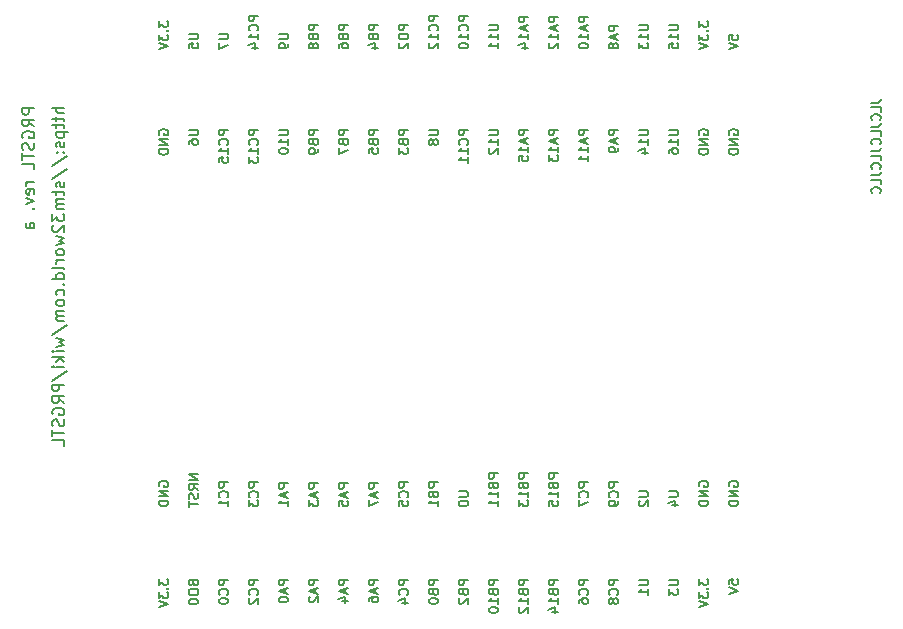
<source format=gbr>
%TF.GenerationSoftware,KiCad,Pcbnew,6.0.7+dfsg-1+b1*%
%TF.CreationDate,2022-09-10T20:58:05+08:00*%
%TF.ProjectId,prgstl,70726773-746c-42e6-9b69-6361645f7063,a*%
%TF.SameCoordinates,PX6c663e8PY79b8e38*%
%TF.FileFunction,Legend,Bot*%
%TF.FilePolarity,Positive*%
%FSLAX46Y46*%
G04 Gerber Fmt 4.6, Leading zero omitted, Abs format (unit mm)*
G04 Created by KiCad (PCBNEW 6.0.7+dfsg-1+b1) date 2022-09-10 20:58:05*
%MOMM*%
%LPD*%
G01*
G04 APERTURE LIST*
%ADD10C,0.150000*%
G04 APERTURE END LIST*
D10*
X74491904Y43933453D02*
X75063333Y43933453D01*
X75177619Y43971548D01*
X75253809Y44047739D01*
X75291904Y44162024D01*
X75291904Y44238215D01*
X75291904Y43171548D02*
X75291904Y43552500D01*
X74491904Y43552500D01*
X75215714Y42447739D02*
X75253809Y42485834D01*
X75291904Y42600120D01*
X75291904Y42676310D01*
X75253809Y42790596D01*
X75177619Y42866786D01*
X75101428Y42904881D01*
X74949047Y42942977D01*
X74834761Y42942977D01*
X74682380Y42904881D01*
X74606190Y42866786D01*
X74530000Y42790596D01*
X74491904Y42676310D01*
X74491904Y42600120D01*
X74530000Y42485834D01*
X74568095Y42447739D01*
X74491904Y41876310D02*
X75063333Y41876310D01*
X75177619Y41914405D01*
X75253809Y41990596D01*
X75291904Y42104881D01*
X75291904Y42181072D01*
X75291904Y41114405D02*
X75291904Y41495358D01*
X74491904Y41495358D01*
X75215714Y40390596D02*
X75253809Y40428691D01*
X75291904Y40542977D01*
X75291904Y40619167D01*
X75253809Y40733453D01*
X75177619Y40809643D01*
X75101428Y40847739D01*
X74949047Y40885834D01*
X74834761Y40885834D01*
X74682380Y40847739D01*
X74606190Y40809643D01*
X74530000Y40733453D01*
X74491904Y40619167D01*
X74491904Y40542977D01*
X74530000Y40428691D01*
X74568095Y40390596D01*
X74491904Y39819167D02*
X75063333Y39819167D01*
X75177619Y39857262D01*
X75253809Y39933453D01*
X75291904Y40047739D01*
X75291904Y40123929D01*
X75291904Y39057262D02*
X75291904Y39438215D01*
X74491904Y39438215D01*
X75215714Y38333453D02*
X75253809Y38371548D01*
X75291904Y38485834D01*
X75291904Y38562024D01*
X75253809Y38676310D01*
X75177619Y38752500D01*
X75101428Y38790596D01*
X74949047Y38828691D01*
X74834761Y38828691D01*
X74682380Y38790596D01*
X74606190Y38752500D01*
X74530000Y38676310D01*
X74491904Y38562024D01*
X74491904Y38485834D01*
X74530000Y38371548D01*
X74568095Y38333453D01*
X74491904Y37762024D02*
X75063333Y37762024D01*
X75177619Y37800120D01*
X75253809Y37876310D01*
X75291904Y37990596D01*
X75291904Y38066786D01*
X75291904Y37000120D02*
X75291904Y37381072D01*
X74491904Y37381072D01*
X75215714Y36276310D02*
X75253809Y36314405D01*
X75291904Y36428691D01*
X75291904Y36504881D01*
X75253809Y36619167D01*
X75177619Y36695358D01*
X75101428Y36733453D01*
X74949047Y36771548D01*
X74834761Y36771548D01*
X74682380Y36733453D01*
X74606190Y36695358D01*
X74530000Y36619167D01*
X74491904Y36504881D01*
X74491904Y36428691D01*
X74530000Y36314405D01*
X74568095Y36276310D01*
%TO.C,J2*%
X62426904Y3141072D02*
X62426904Y3522024D01*
X62807857Y3560120D01*
X62769761Y3522024D01*
X62731666Y3445834D01*
X62731666Y3255358D01*
X62769761Y3179167D01*
X62807857Y3141072D01*
X62884047Y3102977D01*
X63074523Y3102977D01*
X63150714Y3141072D01*
X63188809Y3179167D01*
X63226904Y3255358D01*
X63226904Y3445834D01*
X63188809Y3522024D01*
X63150714Y3560120D01*
X62426904Y2874405D02*
X63226904Y2607739D01*
X62426904Y2341072D01*
X42106904Y41622024D02*
X42754523Y41622024D01*
X42830714Y41583929D01*
X42868809Y41545834D01*
X42906904Y41469643D01*
X42906904Y41317262D01*
X42868809Y41241072D01*
X42830714Y41202977D01*
X42754523Y41164881D01*
X42106904Y41164881D01*
X42906904Y40364881D02*
X42906904Y40822024D01*
X42906904Y40593453D02*
X42106904Y40593453D01*
X42221190Y40669643D01*
X42297380Y40745834D01*
X42335476Y40822024D01*
X42183095Y40060120D02*
X42145000Y40022024D01*
X42106904Y39945834D01*
X42106904Y39755358D01*
X42145000Y39679167D01*
X42183095Y39641072D01*
X42259285Y39602977D01*
X42335476Y39602977D01*
X42449761Y39641072D01*
X42906904Y40098215D01*
X42906904Y39602977D01*
X35286904Y11793929D02*
X34486904Y11793929D01*
X34486904Y11489167D01*
X34525000Y11412977D01*
X34563095Y11374881D01*
X34639285Y11336786D01*
X34753571Y11336786D01*
X34829761Y11374881D01*
X34867857Y11412977D01*
X34905952Y11489167D01*
X34905952Y11793929D01*
X35210714Y10536786D02*
X35248809Y10574881D01*
X35286904Y10689167D01*
X35286904Y10765358D01*
X35248809Y10879643D01*
X35172619Y10955834D01*
X35096428Y10993929D01*
X34944047Y11032024D01*
X34829761Y11032024D01*
X34677380Y10993929D01*
X34601190Y10955834D01*
X34525000Y10879643D01*
X34486904Y10765358D01*
X34486904Y10689167D01*
X34525000Y10574881D01*
X34563095Y10536786D01*
X34486904Y9812977D02*
X34486904Y10193929D01*
X34867857Y10232024D01*
X34829761Y10193929D01*
X34791666Y10117739D01*
X34791666Y9927262D01*
X34829761Y9851072D01*
X34867857Y9812977D01*
X34944047Y9774881D01*
X35134523Y9774881D01*
X35210714Y9812977D01*
X35248809Y9851072D01*
X35286904Y9927262D01*
X35286904Y10117739D01*
X35248809Y10193929D01*
X35210714Y10232024D01*
X27666904Y50528929D02*
X26866904Y50528929D01*
X26866904Y50224167D01*
X26905000Y50147977D01*
X26943095Y50109881D01*
X27019285Y50071786D01*
X27133571Y50071786D01*
X27209761Y50109881D01*
X27247857Y50147977D01*
X27285952Y50224167D01*
X27285952Y50528929D01*
X27247857Y49462262D02*
X27285952Y49347977D01*
X27324047Y49309881D01*
X27400238Y49271786D01*
X27514523Y49271786D01*
X27590714Y49309881D01*
X27628809Y49347977D01*
X27666904Y49424167D01*
X27666904Y49728929D01*
X26866904Y49728929D01*
X26866904Y49462262D01*
X26905000Y49386072D01*
X26943095Y49347977D01*
X27019285Y49309881D01*
X27095476Y49309881D01*
X27171666Y49347977D01*
X27209761Y49386072D01*
X27247857Y49462262D01*
X27247857Y49728929D01*
X27209761Y48814643D02*
X27171666Y48890834D01*
X27133571Y48928929D01*
X27057380Y48967024D01*
X27019285Y48967024D01*
X26943095Y48928929D01*
X26905000Y48890834D01*
X26866904Y48814643D01*
X26866904Y48662262D01*
X26905000Y48586072D01*
X26943095Y48547977D01*
X27019285Y48509881D01*
X27057380Y48509881D01*
X27133571Y48547977D01*
X27171666Y48586072D01*
X27209761Y48662262D01*
X27209761Y48814643D01*
X27247857Y48890834D01*
X27285952Y48928929D01*
X27362142Y48967024D01*
X27514523Y48967024D01*
X27590714Y48928929D01*
X27628809Y48890834D01*
X27666904Y48814643D01*
X27666904Y48662262D01*
X27628809Y48586072D01*
X27590714Y48547977D01*
X27514523Y48509881D01*
X27362142Y48509881D01*
X27285952Y48547977D01*
X27247857Y48586072D01*
X27209761Y48662262D01*
X54806904Y41622024D02*
X55454523Y41622024D01*
X55530714Y41583929D01*
X55568809Y41545834D01*
X55606904Y41469643D01*
X55606904Y41317262D01*
X55568809Y41241072D01*
X55530714Y41202977D01*
X55454523Y41164881D01*
X54806904Y41164881D01*
X55606904Y40364881D02*
X55606904Y40822024D01*
X55606904Y40593453D02*
X54806904Y40593453D01*
X54921190Y40669643D01*
X54997380Y40745834D01*
X55035476Y40822024D01*
X55073571Y39679167D02*
X55606904Y39679167D01*
X54768809Y39869643D02*
X55340238Y40060120D01*
X55340238Y39564881D01*
X47986904Y51176548D02*
X47186904Y51176548D01*
X47186904Y50871786D01*
X47225000Y50795596D01*
X47263095Y50757500D01*
X47339285Y50719405D01*
X47453571Y50719405D01*
X47529761Y50757500D01*
X47567857Y50795596D01*
X47605952Y50871786D01*
X47605952Y51176548D01*
X47758333Y50414643D02*
X47758333Y50033691D01*
X47986904Y50490834D02*
X47186904Y50224167D01*
X47986904Y49957500D01*
X47986904Y49271786D02*
X47986904Y49728929D01*
X47986904Y49500358D02*
X47186904Y49500358D01*
X47301190Y49576548D01*
X47377380Y49652739D01*
X47415476Y49728929D01*
X47263095Y48967024D02*
X47225000Y48928929D01*
X47186904Y48852739D01*
X47186904Y48662262D01*
X47225000Y48586072D01*
X47263095Y48547977D01*
X47339285Y48509881D01*
X47415476Y48509881D01*
X47529761Y48547977D01*
X47986904Y49005120D01*
X47986904Y48509881D01*
X24326904Y41622024D02*
X24974523Y41622024D01*
X25050714Y41583929D01*
X25088809Y41545834D01*
X25126904Y41469643D01*
X25126904Y41317262D01*
X25088809Y41241072D01*
X25050714Y41202977D01*
X24974523Y41164881D01*
X24326904Y41164881D01*
X25126904Y40364881D02*
X25126904Y40822024D01*
X25126904Y40593453D02*
X24326904Y40593453D01*
X24441190Y40669643D01*
X24517380Y40745834D01*
X24555476Y40822024D01*
X24326904Y39869643D02*
X24326904Y39793453D01*
X24365000Y39717262D01*
X24403095Y39679167D01*
X24479285Y39641072D01*
X24631666Y39602977D01*
X24822142Y39602977D01*
X24974523Y39641072D01*
X25050714Y39679167D01*
X25088809Y39717262D01*
X25126904Y39793453D01*
X25126904Y39869643D01*
X25088809Y39945834D01*
X25050714Y39983929D01*
X24974523Y40022024D01*
X24822142Y40060120D01*
X24631666Y40060120D01*
X24479285Y40022024D01*
X24403095Y39983929D01*
X24365000Y39945834D01*
X24326904Y39869643D01*
X27666904Y3522024D02*
X26866904Y3522024D01*
X26866904Y3217262D01*
X26905000Y3141072D01*
X26943095Y3102977D01*
X27019285Y3064881D01*
X27133571Y3064881D01*
X27209761Y3102977D01*
X27247857Y3141072D01*
X27285952Y3217262D01*
X27285952Y3522024D01*
X27438333Y2760120D02*
X27438333Y2379167D01*
X27666904Y2836310D02*
X26866904Y2569643D01*
X27666904Y2302977D01*
X26943095Y2074405D02*
X26905000Y2036310D01*
X26866904Y1960120D01*
X26866904Y1769643D01*
X26905000Y1693453D01*
X26943095Y1655358D01*
X27019285Y1617262D01*
X27095476Y1617262D01*
X27209761Y1655358D01*
X27666904Y2112500D01*
X27666904Y1617262D01*
X19246904Y49767024D02*
X19894523Y49767024D01*
X19970714Y49728929D01*
X20008809Y49690834D01*
X20046904Y49614643D01*
X20046904Y49462262D01*
X20008809Y49386072D01*
X19970714Y49347977D01*
X19894523Y49309881D01*
X19246904Y49309881D01*
X19246904Y49005120D02*
X19246904Y48471786D01*
X20046904Y48814643D01*
X37826904Y3522024D02*
X37026904Y3522024D01*
X37026904Y3217262D01*
X37065000Y3141072D01*
X37103095Y3102977D01*
X37179285Y3064881D01*
X37293571Y3064881D01*
X37369761Y3102977D01*
X37407857Y3141072D01*
X37445952Y3217262D01*
X37445952Y3522024D01*
X37407857Y2455358D02*
X37445952Y2341072D01*
X37484047Y2302977D01*
X37560238Y2264881D01*
X37674523Y2264881D01*
X37750714Y2302977D01*
X37788809Y2341072D01*
X37826904Y2417262D01*
X37826904Y2722024D01*
X37026904Y2722024D01*
X37026904Y2455358D01*
X37065000Y2379167D01*
X37103095Y2341072D01*
X37179285Y2302977D01*
X37255476Y2302977D01*
X37331666Y2341072D01*
X37369761Y2379167D01*
X37407857Y2455358D01*
X37407857Y2722024D01*
X37026904Y1769643D02*
X37026904Y1693453D01*
X37065000Y1617262D01*
X37103095Y1579167D01*
X37179285Y1541072D01*
X37331666Y1502977D01*
X37522142Y1502977D01*
X37674523Y1541072D01*
X37750714Y1579167D01*
X37788809Y1617262D01*
X37826904Y1693453D01*
X37826904Y1769643D01*
X37788809Y1845834D01*
X37750714Y1883929D01*
X37674523Y1922024D01*
X37522142Y1960120D01*
X37331666Y1960120D01*
X37179285Y1922024D01*
X37103095Y1883929D01*
X37065000Y1845834D01*
X37026904Y1769643D01*
X25126904Y3522024D02*
X24326904Y3522024D01*
X24326904Y3217262D01*
X24365000Y3141072D01*
X24403095Y3102977D01*
X24479285Y3064881D01*
X24593571Y3064881D01*
X24669761Y3102977D01*
X24707857Y3141072D01*
X24745952Y3217262D01*
X24745952Y3522024D01*
X24898333Y2760120D02*
X24898333Y2379167D01*
X25126904Y2836310D02*
X24326904Y2569643D01*
X25126904Y2302977D01*
X24326904Y1883929D02*
X24326904Y1807739D01*
X24365000Y1731548D01*
X24403095Y1693453D01*
X24479285Y1655358D01*
X24631666Y1617262D01*
X24822142Y1617262D01*
X24974523Y1655358D01*
X25050714Y1693453D01*
X25088809Y1731548D01*
X25126904Y1807739D01*
X25126904Y1883929D01*
X25088809Y1960120D01*
X25050714Y1998215D01*
X24974523Y2036310D01*
X24822142Y2074405D01*
X24631666Y2074405D01*
X24479285Y2036310D01*
X24403095Y1998215D01*
X24365000Y1960120D01*
X24326904Y1883929D01*
X50526904Y51176548D02*
X49726904Y51176548D01*
X49726904Y50871786D01*
X49765000Y50795596D01*
X49803095Y50757500D01*
X49879285Y50719405D01*
X49993571Y50719405D01*
X50069761Y50757500D01*
X50107857Y50795596D01*
X50145952Y50871786D01*
X50145952Y51176548D01*
X50298333Y50414643D02*
X50298333Y50033691D01*
X50526904Y50490834D02*
X49726904Y50224167D01*
X50526904Y49957500D01*
X50526904Y49271786D02*
X50526904Y49728929D01*
X50526904Y49500358D02*
X49726904Y49500358D01*
X49841190Y49576548D01*
X49917380Y49652739D01*
X49955476Y49728929D01*
X49726904Y48776548D02*
X49726904Y48700358D01*
X49765000Y48624167D01*
X49803095Y48586072D01*
X49879285Y48547977D01*
X50031666Y48509881D01*
X50222142Y48509881D01*
X50374523Y48547977D01*
X50450714Y48586072D01*
X50488809Y48624167D01*
X50526904Y48700358D01*
X50526904Y48776548D01*
X50488809Y48852739D01*
X50450714Y48890834D01*
X50374523Y48928929D01*
X50222142Y48967024D01*
X50031666Y48967024D01*
X49879285Y48928929D01*
X49803095Y48890834D01*
X49765000Y48852739D01*
X49726904Y48776548D01*
X16706904Y41622024D02*
X17354523Y41622024D01*
X17430714Y41583929D01*
X17468809Y41545834D01*
X17506904Y41469643D01*
X17506904Y41317262D01*
X17468809Y41241072D01*
X17430714Y41202977D01*
X17354523Y41164881D01*
X16706904Y41164881D01*
X16706904Y40441072D02*
X16706904Y40593453D01*
X16745000Y40669643D01*
X16783095Y40707739D01*
X16897380Y40783929D01*
X17049761Y40822024D01*
X17354523Y40822024D01*
X17430714Y40783929D01*
X17468809Y40745834D01*
X17506904Y40669643D01*
X17506904Y40517262D01*
X17468809Y40441072D01*
X17430714Y40402977D01*
X17354523Y40364881D01*
X17164047Y40364881D01*
X17087857Y40402977D01*
X17049761Y40441072D01*
X17011666Y40517262D01*
X17011666Y40669643D01*
X17049761Y40745834D01*
X17087857Y40783929D01*
X17164047Y40822024D01*
X22586904Y11793929D02*
X21786904Y11793929D01*
X21786904Y11489167D01*
X21825000Y11412977D01*
X21863095Y11374881D01*
X21939285Y11336786D01*
X22053571Y11336786D01*
X22129761Y11374881D01*
X22167857Y11412977D01*
X22205952Y11489167D01*
X22205952Y11793929D01*
X22510714Y10536786D02*
X22548809Y10574881D01*
X22586904Y10689167D01*
X22586904Y10765358D01*
X22548809Y10879643D01*
X22472619Y10955834D01*
X22396428Y10993929D01*
X22244047Y11032024D01*
X22129761Y11032024D01*
X21977380Y10993929D01*
X21901190Y10955834D01*
X21825000Y10879643D01*
X21786904Y10765358D01*
X21786904Y10689167D01*
X21825000Y10574881D01*
X21863095Y10536786D01*
X21786904Y10270120D02*
X21786904Y9774881D01*
X22091666Y10041548D01*
X22091666Y9927262D01*
X22129761Y9851072D01*
X22167857Y9812977D01*
X22244047Y9774881D01*
X22434523Y9774881D01*
X22510714Y9812977D01*
X22548809Y9851072D01*
X22586904Y9927262D01*
X22586904Y10155834D01*
X22548809Y10232024D01*
X22510714Y10270120D01*
X32746904Y3522024D02*
X31946904Y3522024D01*
X31946904Y3217262D01*
X31985000Y3141072D01*
X32023095Y3102977D01*
X32099285Y3064881D01*
X32213571Y3064881D01*
X32289761Y3102977D01*
X32327857Y3141072D01*
X32365952Y3217262D01*
X32365952Y3522024D01*
X32518333Y2760120D02*
X32518333Y2379167D01*
X32746904Y2836310D02*
X31946904Y2569643D01*
X32746904Y2302977D01*
X31946904Y1693453D02*
X31946904Y1845834D01*
X31985000Y1922024D01*
X32023095Y1960120D01*
X32137380Y2036310D01*
X32289761Y2074405D01*
X32594523Y2074405D01*
X32670714Y2036310D01*
X32708809Y1998215D01*
X32746904Y1922024D01*
X32746904Y1769643D01*
X32708809Y1693453D01*
X32670714Y1655358D01*
X32594523Y1617262D01*
X32404047Y1617262D01*
X32327857Y1655358D01*
X32289761Y1693453D01*
X32251666Y1769643D01*
X32251666Y1922024D01*
X32289761Y1998215D01*
X32327857Y2036310D01*
X32404047Y2074405D01*
X57346904Y3522024D02*
X57994523Y3522024D01*
X58070714Y3483929D01*
X58108809Y3445834D01*
X58146904Y3369643D01*
X58146904Y3217262D01*
X58108809Y3141072D01*
X58070714Y3102977D01*
X57994523Y3064881D01*
X57346904Y3064881D01*
X57346904Y2760120D02*
X57346904Y2264881D01*
X57651666Y2531548D01*
X57651666Y2417262D01*
X57689761Y2341072D01*
X57727857Y2302977D01*
X57804047Y2264881D01*
X57994523Y2264881D01*
X58070714Y2302977D01*
X58108809Y2341072D01*
X58146904Y2417262D01*
X58146904Y2645834D01*
X58108809Y2722024D01*
X58070714Y2760120D01*
X54806904Y50528929D02*
X55454523Y50528929D01*
X55530714Y50490834D01*
X55568809Y50452739D01*
X55606904Y50376548D01*
X55606904Y50224167D01*
X55568809Y50147977D01*
X55530714Y50109881D01*
X55454523Y50071786D01*
X54806904Y50071786D01*
X55606904Y49271786D02*
X55606904Y49728929D01*
X55606904Y49500358D02*
X54806904Y49500358D01*
X54921190Y49576548D01*
X54997380Y49652739D01*
X55035476Y49728929D01*
X54806904Y49005120D02*
X54806904Y48509881D01*
X55111666Y48776548D01*
X55111666Y48662262D01*
X55149761Y48586072D01*
X55187857Y48547977D01*
X55264047Y48509881D01*
X55454523Y48509881D01*
X55530714Y48547977D01*
X55568809Y48586072D01*
X55606904Y48662262D01*
X55606904Y48890834D01*
X55568809Y48967024D01*
X55530714Y49005120D01*
X50526904Y11793929D02*
X49726904Y11793929D01*
X49726904Y11489167D01*
X49765000Y11412977D01*
X49803095Y11374881D01*
X49879285Y11336786D01*
X49993571Y11336786D01*
X50069761Y11374881D01*
X50107857Y11412977D01*
X50145952Y11489167D01*
X50145952Y11793929D01*
X50450714Y10536786D02*
X50488809Y10574881D01*
X50526904Y10689167D01*
X50526904Y10765358D01*
X50488809Y10879643D01*
X50412619Y10955834D01*
X50336428Y10993929D01*
X50184047Y11032024D01*
X50069761Y11032024D01*
X49917380Y10993929D01*
X49841190Y10955834D01*
X49765000Y10879643D01*
X49726904Y10765358D01*
X49726904Y10689167D01*
X49765000Y10574881D01*
X49803095Y10536786D01*
X49726904Y10270120D02*
X49726904Y9736786D01*
X50526904Y10079643D01*
X62426904Y49233691D02*
X62426904Y49614643D01*
X62807857Y49652739D01*
X62769761Y49614643D01*
X62731666Y49538453D01*
X62731666Y49347977D01*
X62769761Y49271786D01*
X62807857Y49233691D01*
X62884047Y49195596D01*
X63074523Y49195596D01*
X63150714Y49233691D01*
X63188809Y49271786D01*
X63226904Y49347977D01*
X63226904Y49538453D01*
X63188809Y49614643D01*
X63150714Y49652739D01*
X62426904Y48967024D02*
X63226904Y48700358D01*
X62426904Y48433691D01*
X14205000Y41202977D02*
X14166904Y41279167D01*
X14166904Y41393453D01*
X14205000Y41507739D01*
X14281190Y41583929D01*
X14357380Y41622024D01*
X14509761Y41660120D01*
X14624047Y41660120D01*
X14776428Y41622024D01*
X14852619Y41583929D01*
X14928809Y41507739D01*
X14966904Y41393453D01*
X14966904Y41317262D01*
X14928809Y41202977D01*
X14890714Y41164881D01*
X14624047Y41164881D01*
X14624047Y41317262D01*
X14966904Y40822024D02*
X14166904Y40822024D01*
X14966904Y40364881D01*
X14166904Y40364881D01*
X14966904Y39983929D02*
X14166904Y39983929D01*
X14166904Y39793453D01*
X14205000Y39679167D01*
X14281190Y39602977D01*
X14357380Y39564881D01*
X14509761Y39526786D01*
X14624047Y39526786D01*
X14776428Y39564881D01*
X14852619Y39602977D01*
X14928809Y39679167D01*
X14966904Y39793453D01*
X14966904Y39983929D01*
X20046904Y11793929D02*
X19246904Y11793929D01*
X19246904Y11489167D01*
X19285000Y11412977D01*
X19323095Y11374881D01*
X19399285Y11336786D01*
X19513571Y11336786D01*
X19589761Y11374881D01*
X19627857Y11412977D01*
X19665952Y11489167D01*
X19665952Y11793929D01*
X19970714Y10536786D02*
X20008809Y10574881D01*
X20046904Y10689167D01*
X20046904Y10765358D01*
X20008809Y10879643D01*
X19932619Y10955834D01*
X19856428Y10993929D01*
X19704047Y11032024D01*
X19589761Y11032024D01*
X19437380Y10993929D01*
X19361190Y10955834D01*
X19285000Y10879643D01*
X19246904Y10765358D01*
X19246904Y10689167D01*
X19285000Y10574881D01*
X19323095Y10536786D01*
X20046904Y9774881D02*
X20046904Y10232024D01*
X20046904Y10003453D02*
X19246904Y10003453D01*
X19361190Y10079643D01*
X19437380Y10155834D01*
X19475476Y10232024D01*
X30206904Y11679643D02*
X29406904Y11679643D01*
X29406904Y11374881D01*
X29445000Y11298691D01*
X29483095Y11260596D01*
X29559285Y11222500D01*
X29673571Y11222500D01*
X29749761Y11260596D01*
X29787857Y11298691D01*
X29825952Y11374881D01*
X29825952Y11679643D01*
X29978333Y10917739D02*
X29978333Y10536786D01*
X30206904Y10993929D02*
X29406904Y10727262D01*
X30206904Y10460596D01*
X29406904Y9812977D02*
X29406904Y10193929D01*
X29787857Y10232024D01*
X29749761Y10193929D01*
X29711666Y10117739D01*
X29711666Y9927262D01*
X29749761Y9851072D01*
X29787857Y9812977D01*
X29864047Y9774881D01*
X30054523Y9774881D01*
X30130714Y9812977D01*
X30168809Y9851072D01*
X30206904Y9927262D01*
X30206904Y10117739D01*
X30168809Y10193929D01*
X30130714Y10232024D01*
X14205000Y11451072D02*
X14166904Y11527262D01*
X14166904Y11641548D01*
X14205000Y11755834D01*
X14281190Y11832024D01*
X14357380Y11870120D01*
X14509761Y11908215D01*
X14624047Y11908215D01*
X14776428Y11870120D01*
X14852619Y11832024D01*
X14928809Y11755834D01*
X14966904Y11641548D01*
X14966904Y11565358D01*
X14928809Y11451072D01*
X14890714Y11412977D01*
X14624047Y11412977D01*
X14624047Y11565358D01*
X14966904Y11070120D02*
X14166904Y11070120D01*
X14966904Y10612977D01*
X14166904Y10612977D01*
X14966904Y10232024D02*
X14166904Y10232024D01*
X14166904Y10041548D01*
X14205000Y9927262D01*
X14281190Y9851072D01*
X14357380Y9812977D01*
X14509761Y9774881D01*
X14624047Y9774881D01*
X14776428Y9812977D01*
X14852619Y9851072D01*
X14928809Y9927262D01*
X14966904Y10041548D01*
X14966904Y10232024D01*
X32746904Y50528929D02*
X31946904Y50528929D01*
X31946904Y50224167D01*
X31985000Y50147977D01*
X32023095Y50109881D01*
X32099285Y50071786D01*
X32213571Y50071786D01*
X32289761Y50109881D01*
X32327857Y50147977D01*
X32365952Y50224167D01*
X32365952Y50528929D01*
X32327857Y49462262D02*
X32365952Y49347977D01*
X32404047Y49309881D01*
X32480238Y49271786D01*
X32594523Y49271786D01*
X32670714Y49309881D01*
X32708809Y49347977D01*
X32746904Y49424167D01*
X32746904Y49728929D01*
X31946904Y49728929D01*
X31946904Y49462262D01*
X31985000Y49386072D01*
X32023095Y49347977D01*
X32099285Y49309881D01*
X32175476Y49309881D01*
X32251666Y49347977D01*
X32289761Y49386072D01*
X32327857Y49462262D01*
X32327857Y49728929D01*
X32213571Y48586072D02*
X32746904Y48586072D01*
X31908809Y48776548D02*
X32480238Y48967024D01*
X32480238Y48471786D01*
X62465000Y11451072D02*
X62426904Y11527262D01*
X62426904Y11641548D01*
X62465000Y11755834D01*
X62541190Y11832024D01*
X62617380Y11870120D01*
X62769761Y11908215D01*
X62884047Y11908215D01*
X63036428Y11870120D01*
X63112619Y11832024D01*
X63188809Y11755834D01*
X63226904Y11641548D01*
X63226904Y11565358D01*
X63188809Y11451072D01*
X63150714Y11412977D01*
X62884047Y11412977D01*
X62884047Y11565358D01*
X63226904Y11070120D02*
X62426904Y11070120D01*
X63226904Y10612977D01*
X62426904Y10612977D01*
X63226904Y10232024D02*
X62426904Y10232024D01*
X62426904Y10041548D01*
X62465000Y9927262D01*
X62541190Y9851072D01*
X62617380Y9812977D01*
X62769761Y9774881D01*
X62884047Y9774881D01*
X63036428Y9812977D01*
X63112619Y9851072D01*
X63188809Y9927262D01*
X63226904Y10041548D01*
X63226904Y10232024D01*
X47986904Y12555834D02*
X47186904Y12555834D01*
X47186904Y12251072D01*
X47225000Y12174881D01*
X47263095Y12136786D01*
X47339285Y12098691D01*
X47453571Y12098691D01*
X47529761Y12136786D01*
X47567857Y12174881D01*
X47605952Y12251072D01*
X47605952Y12555834D01*
X47567857Y11489167D02*
X47605952Y11374881D01*
X47644047Y11336786D01*
X47720238Y11298691D01*
X47834523Y11298691D01*
X47910714Y11336786D01*
X47948809Y11374881D01*
X47986904Y11451072D01*
X47986904Y11755834D01*
X47186904Y11755834D01*
X47186904Y11489167D01*
X47225000Y11412977D01*
X47263095Y11374881D01*
X47339285Y11336786D01*
X47415476Y11336786D01*
X47491666Y11374881D01*
X47529761Y11412977D01*
X47567857Y11489167D01*
X47567857Y11755834D01*
X47986904Y10536786D02*
X47986904Y10993929D01*
X47986904Y10765358D02*
X47186904Y10765358D01*
X47301190Y10841548D01*
X47377380Y10917739D01*
X47415476Y10993929D01*
X47186904Y9812977D02*
X47186904Y10193929D01*
X47567857Y10232024D01*
X47529761Y10193929D01*
X47491666Y10117739D01*
X47491666Y9927262D01*
X47529761Y9851072D01*
X47567857Y9812977D01*
X47644047Y9774881D01*
X47834523Y9774881D01*
X47910714Y9812977D01*
X47948809Y9851072D01*
X47986904Y9927262D01*
X47986904Y10117739D01*
X47948809Y10193929D01*
X47910714Y10232024D01*
X20046904Y3522024D02*
X19246904Y3522024D01*
X19246904Y3217262D01*
X19285000Y3141072D01*
X19323095Y3102977D01*
X19399285Y3064881D01*
X19513571Y3064881D01*
X19589761Y3102977D01*
X19627857Y3141072D01*
X19665952Y3217262D01*
X19665952Y3522024D01*
X19970714Y2264881D02*
X20008809Y2302977D01*
X20046904Y2417262D01*
X20046904Y2493453D01*
X20008809Y2607739D01*
X19932619Y2683929D01*
X19856428Y2722024D01*
X19704047Y2760120D01*
X19589761Y2760120D01*
X19437380Y2722024D01*
X19361190Y2683929D01*
X19285000Y2607739D01*
X19246904Y2493453D01*
X19246904Y2417262D01*
X19285000Y2302977D01*
X19323095Y2264881D01*
X19246904Y1769643D02*
X19246904Y1693453D01*
X19285000Y1617262D01*
X19323095Y1579167D01*
X19399285Y1541072D01*
X19551666Y1502977D01*
X19742142Y1502977D01*
X19894523Y1541072D01*
X19970714Y1579167D01*
X20008809Y1617262D01*
X20046904Y1693453D01*
X20046904Y1769643D01*
X20008809Y1845834D01*
X19970714Y1883929D01*
X19894523Y1922024D01*
X19742142Y1960120D01*
X19551666Y1960120D01*
X19399285Y1922024D01*
X19323095Y1883929D01*
X19285000Y1845834D01*
X19246904Y1769643D01*
X53066904Y3522024D02*
X52266904Y3522024D01*
X52266904Y3217262D01*
X52305000Y3141072D01*
X52343095Y3102977D01*
X52419285Y3064881D01*
X52533571Y3064881D01*
X52609761Y3102977D01*
X52647857Y3141072D01*
X52685952Y3217262D01*
X52685952Y3522024D01*
X52990714Y2264881D02*
X53028809Y2302977D01*
X53066904Y2417262D01*
X53066904Y2493453D01*
X53028809Y2607739D01*
X52952619Y2683929D01*
X52876428Y2722024D01*
X52724047Y2760120D01*
X52609761Y2760120D01*
X52457380Y2722024D01*
X52381190Y2683929D01*
X52305000Y2607739D01*
X52266904Y2493453D01*
X52266904Y2417262D01*
X52305000Y2302977D01*
X52343095Y2264881D01*
X52609761Y1807739D02*
X52571666Y1883929D01*
X52533571Y1922024D01*
X52457380Y1960120D01*
X52419285Y1960120D01*
X52343095Y1922024D01*
X52305000Y1883929D01*
X52266904Y1807739D01*
X52266904Y1655358D01*
X52305000Y1579167D01*
X52343095Y1541072D01*
X52419285Y1502977D01*
X52457380Y1502977D01*
X52533571Y1541072D01*
X52571666Y1579167D01*
X52609761Y1655358D01*
X52609761Y1807739D01*
X52647857Y1883929D01*
X52685952Y1922024D01*
X52762142Y1960120D01*
X52914523Y1960120D01*
X52990714Y1922024D01*
X53028809Y1883929D01*
X53066904Y1807739D01*
X53066904Y1655358D01*
X53028809Y1579167D01*
X52990714Y1541072D01*
X52914523Y1502977D01*
X52762142Y1502977D01*
X52685952Y1541072D01*
X52647857Y1579167D01*
X52609761Y1655358D01*
X57346904Y50528929D02*
X57994523Y50528929D01*
X58070714Y50490834D01*
X58108809Y50452739D01*
X58146904Y50376548D01*
X58146904Y50224167D01*
X58108809Y50147977D01*
X58070714Y50109881D01*
X57994523Y50071786D01*
X57346904Y50071786D01*
X58146904Y49271786D02*
X58146904Y49728929D01*
X58146904Y49500358D02*
X57346904Y49500358D01*
X57461190Y49576548D01*
X57537380Y49652739D01*
X57575476Y49728929D01*
X57346904Y48547977D02*
X57346904Y48928929D01*
X57727857Y48967024D01*
X57689761Y48928929D01*
X57651666Y48852739D01*
X57651666Y48662262D01*
X57689761Y48586072D01*
X57727857Y48547977D01*
X57804047Y48509881D01*
X57994523Y48509881D01*
X58070714Y48547977D01*
X58108809Y48586072D01*
X58146904Y48662262D01*
X58146904Y48852739D01*
X58108809Y48928929D01*
X58070714Y48967024D01*
X30206904Y3522024D02*
X29406904Y3522024D01*
X29406904Y3217262D01*
X29445000Y3141072D01*
X29483095Y3102977D01*
X29559285Y3064881D01*
X29673571Y3064881D01*
X29749761Y3102977D01*
X29787857Y3141072D01*
X29825952Y3217262D01*
X29825952Y3522024D01*
X29978333Y2760120D02*
X29978333Y2379167D01*
X30206904Y2836310D02*
X29406904Y2569643D01*
X30206904Y2302977D01*
X29673571Y1693453D02*
X30206904Y1693453D01*
X29368809Y1883929D02*
X29940238Y2074405D01*
X29940238Y1579167D01*
X17087857Y3255358D02*
X17125952Y3141072D01*
X17164047Y3102977D01*
X17240238Y3064881D01*
X17354523Y3064881D01*
X17430714Y3102977D01*
X17468809Y3141072D01*
X17506904Y3217262D01*
X17506904Y3522024D01*
X16706904Y3522024D01*
X16706904Y3255358D01*
X16745000Y3179167D01*
X16783095Y3141072D01*
X16859285Y3102977D01*
X16935476Y3102977D01*
X17011666Y3141072D01*
X17049761Y3179167D01*
X17087857Y3255358D01*
X17087857Y3522024D01*
X16706904Y2569643D02*
X16706904Y2417262D01*
X16745000Y2341072D01*
X16821190Y2264881D01*
X16973571Y2226786D01*
X17240238Y2226786D01*
X17392619Y2264881D01*
X17468809Y2341072D01*
X17506904Y2417262D01*
X17506904Y2569643D01*
X17468809Y2645834D01*
X17392619Y2722024D01*
X17240238Y2760120D01*
X16973571Y2760120D01*
X16821190Y2722024D01*
X16745000Y2645834D01*
X16706904Y2569643D01*
X16706904Y1731548D02*
X16706904Y1655358D01*
X16745000Y1579167D01*
X16783095Y1541072D01*
X16859285Y1502977D01*
X17011666Y1464881D01*
X17202142Y1464881D01*
X17354523Y1502977D01*
X17430714Y1541072D01*
X17468809Y1579167D01*
X17506904Y1655358D01*
X17506904Y1731548D01*
X17468809Y1807739D01*
X17430714Y1845834D01*
X17354523Y1883929D01*
X17202142Y1922024D01*
X17011666Y1922024D01*
X16859285Y1883929D01*
X16783095Y1845834D01*
X16745000Y1807739D01*
X16706904Y1731548D01*
X35286904Y41622024D02*
X34486904Y41622024D01*
X34486904Y41317262D01*
X34525000Y41241072D01*
X34563095Y41202977D01*
X34639285Y41164881D01*
X34753571Y41164881D01*
X34829761Y41202977D01*
X34867857Y41241072D01*
X34905952Y41317262D01*
X34905952Y41622024D01*
X34867857Y40555358D02*
X34905952Y40441072D01*
X34944047Y40402977D01*
X35020238Y40364881D01*
X35134523Y40364881D01*
X35210714Y40402977D01*
X35248809Y40441072D01*
X35286904Y40517262D01*
X35286904Y40822024D01*
X34486904Y40822024D01*
X34486904Y40555358D01*
X34525000Y40479167D01*
X34563095Y40441072D01*
X34639285Y40402977D01*
X34715476Y40402977D01*
X34791666Y40441072D01*
X34829761Y40479167D01*
X34867857Y40555358D01*
X34867857Y40822024D01*
X34486904Y40098215D02*
X34486904Y39602977D01*
X34791666Y39869643D01*
X34791666Y39755358D01*
X34829761Y39679167D01*
X34867857Y39641072D01*
X34944047Y39602977D01*
X35134523Y39602977D01*
X35210714Y39641072D01*
X35248809Y39679167D01*
X35286904Y39755358D01*
X35286904Y39983929D01*
X35248809Y40060120D01*
X35210714Y40098215D01*
X59886904Y3598215D02*
X59886904Y3102977D01*
X60191666Y3369643D01*
X60191666Y3255358D01*
X60229761Y3179167D01*
X60267857Y3141072D01*
X60344047Y3102977D01*
X60534523Y3102977D01*
X60610714Y3141072D01*
X60648809Y3179167D01*
X60686904Y3255358D01*
X60686904Y3483929D01*
X60648809Y3560120D01*
X60610714Y3598215D01*
X60610714Y2760120D02*
X60648809Y2722024D01*
X60686904Y2760120D01*
X60648809Y2798215D01*
X60610714Y2760120D01*
X60686904Y2760120D01*
X59886904Y2455358D02*
X59886904Y1960120D01*
X60191666Y2226786D01*
X60191666Y2112500D01*
X60229761Y2036310D01*
X60267857Y1998215D01*
X60344047Y1960120D01*
X60534523Y1960120D01*
X60610714Y1998215D01*
X60648809Y2036310D01*
X60686904Y2112500D01*
X60686904Y2341072D01*
X60648809Y2417262D01*
X60610714Y2455358D01*
X59886904Y1731548D02*
X60686904Y1464881D01*
X59886904Y1198215D01*
X59886904Y50833691D02*
X59886904Y50338453D01*
X60191666Y50605120D01*
X60191666Y50490834D01*
X60229761Y50414643D01*
X60267857Y50376548D01*
X60344047Y50338453D01*
X60534523Y50338453D01*
X60610714Y50376548D01*
X60648809Y50414643D01*
X60686904Y50490834D01*
X60686904Y50719405D01*
X60648809Y50795596D01*
X60610714Y50833691D01*
X60610714Y49995596D02*
X60648809Y49957500D01*
X60686904Y49995596D01*
X60648809Y50033691D01*
X60610714Y49995596D01*
X60686904Y49995596D01*
X59886904Y49690834D02*
X59886904Y49195596D01*
X60191666Y49462262D01*
X60191666Y49347977D01*
X60229761Y49271786D01*
X60267857Y49233691D01*
X60344047Y49195596D01*
X60534523Y49195596D01*
X60610714Y49233691D01*
X60648809Y49271786D01*
X60686904Y49347977D01*
X60686904Y49576548D01*
X60648809Y49652739D01*
X60610714Y49690834D01*
X59886904Y48967024D02*
X60686904Y48700358D01*
X59886904Y48433691D01*
X53066904Y41622024D02*
X52266904Y41622024D01*
X52266904Y41317262D01*
X52305000Y41241072D01*
X52343095Y41202977D01*
X52419285Y41164881D01*
X52533571Y41164881D01*
X52609761Y41202977D01*
X52647857Y41241072D01*
X52685952Y41317262D01*
X52685952Y41622024D01*
X52838333Y40860120D02*
X52838333Y40479167D01*
X53066904Y40936310D02*
X52266904Y40669643D01*
X53066904Y40402977D01*
X53066904Y40098215D02*
X53066904Y39945834D01*
X53028809Y39869643D01*
X52990714Y39831548D01*
X52876428Y39755358D01*
X52724047Y39717262D01*
X52419285Y39717262D01*
X52343095Y39755358D01*
X52305000Y39793453D01*
X52266904Y39869643D01*
X52266904Y40022024D01*
X52305000Y40098215D01*
X52343095Y40136310D01*
X52419285Y40174405D01*
X52609761Y40174405D01*
X52685952Y40136310D01*
X52724047Y40098215D01*
X52762142Y40022024D01*
X52762142Y39869643D01*
X52724047Y39793453D01*
X52685952Y39755358D01*
X52609761Y39717262D01*
X57346904Y41622024D02*
X57994523Y41622024D01*
X58070714Y41583929D01*
X58108809Y41545834D01*
X58146904Y41469643D01*
X58146904Y41317262D01*
X58108809Y41241072D01*
X58070714Y41202977D01*
X57994523Y41164881D01*
X57346904Y41164881D01*
X58146904Y40364881D02*
X58146904Y40822024D01*
X58146904Y40593453D02*
X57346904Y40593453D01*
X57461190Y40669643D01*
X57537380Y40745834D01*
X57575476Y40822024D01*
X57346904Y39679167D02*
X57346904Y39831548D01*
X57385000Y39907739D01*
X57423095Y39945834D01*
X57537380Y40022024D01*
X57689761Y40060120D01*
X57994523Y40060120D01*
X58070714Y40022024D01*
X58108809Y39983929D01*
X58146904Y39907739D01*
X58146904Y39755358D01*
X58108809Y39679167D01*
X58070714Y39641072D01*
X57994523Y39602977D01*
X57804047Y39602977D01*
X57727857Y39641072D01*
X57689761Y39679167D01*
X57651666Y39755358D01*
X57651666Y39907739D01*
X57689761Y39983929D01*
X57727857Y40022024D01*
X57804047Y40060120D01*
X50526904Y3522024D02*
X49726904Y3522024D01*
X49726904Y3217262D01*
X49765000Y3141072D01*
X49803095Y3102977D01*
X49879285Y3064881D01*
X49993571Y3064881D01*
X50069761Y3102977D01*
X50107857Y3141072D01*
X50145952Y3217262D01*
X50145952Y3522024D01*
X50450714Y2264881D02*
X50488809Y2302977D01*
X50526904Y2417262D01*
X50526904Y2493453D01*
X50488809Y2607739D01*
X50412619Y2683929D01*
X50336428Y2722024D01*
X50184047Y2760120D01*
X50069761Y2760120D01*
X49917380Y2722024D01*
X49841190Y2683929D01*
X49765000Y2607739D01*
X49726904Y2493453D01*
X49726904Y2417262D01*
X49765000Y2302977D01*
X49803095Y2264881D01*
X49726904Y1579167D02*
X49726904Y1731548D01*
X49765000Y1807739D01*
X49803095Y1845834D01*
X49917380Y1922024D01*
X50069761Y1960120D01*
X50374523Y1960120D01*
X50450714Y1922024D01*
X50488809Y1883929D01*
X50526904Y1807739D01*
X50526904Y1655358D01*
X50488809Y1579167D01*
X50450714Y1541072D01*
X50374523Y1502977D01*
X50184047Y1502977D01*
X50107857Y1541072D01*
X50069761Y1579167D01*
X50031666Y1655358D01*
X50031666Y1807739D01*
X50069761Y1883929D01*
X50107857Y1922024D01*
X50184047Y1960120D01*
X59925000Y11451072D02*
X59886904Y11527262D01*
X59886904Y11641548D01*
X59925000Y11755834D01*
X60001190Y11832024D01*
X60077380Y11870120D01*
X60229761Y11908215D01*
X60344047Y11908215D01*
X60496428Y11870120D01*
X60572619Y11832024D01*
X60648809Y11755834D01*
X60686904Y11641548D01*
X60686904Y11565358D01*
X60648809Y11451072D01*
X60610714Y11412977D01*
X60344047Y11412977D01*
X60344047Y11565358D01*
X60686904Y11070120D02*
X59886904Y11070120D01*
X60686904Y10612977D01*
X59886904Y10612977D01*
X60686904Y10232024D02*
X59886904Y10232024D01*
X59886904Y10041548D01*
X59925000Y9927262D01*
X60001190Y9851072D01*
X60077380Y9812977D01*
X60229761Y9774881D01*
X60344047Y9774881D01*
X60496428Y9812977D01*
X60572619Y9851072D01*
X60648809Y9927262D01*
X60686904Y10041548D01*
X60686904Y10232024D01*
X14166904Y50833691D02*
X14166904Y50338453D01*
X14471666Y50605120D01*
X14471666Y50490834D01*
X14509761Y50414643D01*
X14547857Y50376548D01*
X14624047Y50338453D01*
X14814523Y50338453D01*
X14890714Y50376548D01*
X14928809Y50414643D01*
X14966904Y50490834D01*
X14966904Y50719405D01*
X14928809Y50795596D01*
X14890714Y50833691D01*
X14890714Y49995596D02*
X14928809Y49957500D01*
X14966904Y49995596D01*
X14928809Y50033691D01*
X14890714Y49995596D01*
X14966904Y49995596D01*
X14166904Y49690834D02*
X14166904Y49195596D01*
X14471666Y49462262D01*
X14471666Y49347977D01*
X14509761Y49271786D01*
X14547857Y49233691D01*
X14624047Y49195596D01*
X14814523Y49195596D01*
X14890714Y49233691D01*
X14928809Y49271786D01*
X14966904Y49347977D01*
X14966904Y49576548D01*
X14928809Y49652739D01*
X14890714Y49690834D01*
X14166904Y48967024D02*
X14966904Y48700358D01*
X14166904Y48433691D01*
X42106904Y50528929D02*
X42754523Y50528929D01*
X42830714Y50490834D01*
X42868809Y50452739D01*
X42906904Y50376548D01*
X42906904Y50224167D01*
X42868809Y50147977D01*
X42830714Y50109881D01*
X42754523Y50071786D01*
X42106904Y50071786D01*
X42906904Y49271786D02*
X42906904Y49728929D01*
X42906904Y49500358D02*
X42106904Y49500358D01*
X42221190Y49576548D01*
X42297380Y49652739D01*
X42335476Y49728929D01*
X42906904Y48509881D02*
X42906904Y48967024D01*
X42906904Y48738453D02*
X42106904Y48738453D01*
X42221190Y48814643D01*
X42297380Y48890834D01*
X42335476Y48967024D01*
X40366904Y51290834D02*
X39566904Y51290834D01*
X39566904Y50986072D01*
X39605000Y50909881D01*
X39643095Y50871786D01*
X39719285Y50833691D01*
X39833571Y50833691D01*
X39909761Y50871786D01*
X39947857Y50909881D01*
X39985952Y50986072D01*
X39985952Y51290834D01*
X40290714Y50033691D02*
X40328809Y50071786D01*
X40366904Y50186072D01*
X40366904Y50262262D01*
X40328809Y50376548D01*
X40252619Y50452739D01*
X40176428Y50490834D01*
X40024047Y50528929D01*
X39909761Y50528929D01*
X39757380Y50490834D01*
X39681190Y50452739D01*
X39605000Y50376548D01*
X39566904Y50262262D01*
X39566904Y50186072D01*
X39605000Y50071786D01*
X39643095Y50033691D01*
X40366904Y49271786D02*
X40366904Y49728929D01*
X40366904Y49500358D02*
X39566904Y49500358D01*
X39681190Y49576548D01*
X39757380Y49652739D01*
X39795476Y49728929D01*
X39566904Y48776548D02*
X39566904Y48700358D01*
X39605000Y48624167D01*
X39643095Y48586072D01*
X39719285Y48547977D01*
X39871666Y48509881D01*
X40062142Y48509881D01*
X40214523Y48547977D01*
X40290714Y48586072D01*
X40328809Y48624167D01*
X40366904Y48700358D01*
X40366904Y48776548D01*
X40328809Y48852739D01*
X40290714Y48890834D01*
X40214523Y48928929D01*
X40062142Y48967024D01*
X39871666Y48967024D01*
X39719285Y48928929D01*
X39643095Y48890834D01*
X39605000Y48852739D01*
X39566904Y48776548D01*
X32746904Y11679643D02*
X31946904Y11679643D01*
X31946904Y11374881D01*
X31985000Y11298691D01*
X32023095Y11260596D01*
X32099285Y11222500D01*
X32213571Y11222500D01*
X32289761Y11260596D01*
X32327857Y11298691D01*
X32365952Y11374881D01*
X32365952Y11679643D01*
X32518333Y10917739D02*
X32518333Y10536786D01*
X32746904Y10993929D02*
X31946904Y10727262D01*
X32746904Y10460596D01*
X31946904Y10270120D02*
X31946904Y9736786D01*
X32746904Y10079643D01*
X50526904Y41622024D02*
X49726904Y41622024D01*
X49726904Y41317262D01*
X49765000Y41241072D01*
X49803095Y41202977D01*
X49879285Y41164881D01*
X49993571Y41164881D01*
X50069761Y41202977D01*
X50107857Y41241072D01*
X50145952Y41317262D01*
X50145952Y41622024D01*
X50298333Y40860120D02*
X50298333Y40479167D01*
X50526904Y40936310D02*
X49726904Y40669643D01*
X50526904Y40402977D01*
X50526904Y39717262D02*
X50526904Y40174405D01*
X50526904Y39945834D02*
X49726904Y39945834D01*
X49841190Y40022024D01*
X49917380Y40098215D01*
X49955476Y40174405D01*
X50526904Y38955358D02*
X50526904Y39412500D01*
X50526904Y39183929D02*
X49726904Y39183929D01*
X49841190Y39260120D01*
X49917380Y39336310D01*
X49955476Y39412500D01*
X45446904Y51176548D02*
X44646904Y51176548D01*
X44646904Y50871786D01*
X44685000Y50795596D01*
X44723095Y50757500D01*
X44799285Y50719405D01*
X44913571Y50719405D01*
X44989761Y50757500D01*
X45027857Y50795596D01*
X45065952Y50871786D01*
X45065952Y51176548D01*
X45218333Y50414643D02*
X45218333Y50033691D01*
X45446904Y50490834D02*
X44646904Y50224167D01*
X45446904Y49957500D01*
X45446904Y49271786D02*
X45446904Y49728929D01*
X45446904Y49500358D02*
X44646904Y49500358D01*
X44761190Y49576548D01*
X44837380Y49652739D01*
X44875476Y49728929D01*
X44913571Y48586072D02*
X45446904Y48586072D01*
X44608809Y48776548D02*
X45180238Y48967024D01*
X45180238Y48471786D01*
X45446904Y3522024D02*
X44646904Y3522024D01*
X44646904Y3217262D01*
X44685000Y3141072D01*
X44723095Y3102977D01*
X44799285Y3064881D01*
X44913571Y3064881D01*
X44989761Y3102977D01*
X45027857Y3141072D01*
X45065952Y3217262D01*
X45065952Y3522024D01*
X45027857Y2455358D02*
X45065952Y2341072D01*
X45104047Y2302977D01*
X45180238Y2264881D01*
X45294523Y2264881D01*
X45370714Y2302977D01*
X45408809Y2341072D01*
X45446904Y2417262D01*
X45446904Y2722024D01*
X44646904Y2722024D01*
X44646904Y2455358D01*
X44685000Y2379167D01*
X44723095Y2341072D01*
X44799285Y2302977D01*
X44875476Y2302977D01*
X44951666Y2341072D01*
X44989761Y2379167D01*
X45027857Y2455358D01*
X45027857Y2722024D01*
X45446904Y1502977D02*
X45446904Y1960120D01*
X45446904Y1731548D02*
X44646904Y1731548D01*
X44761190Y1807739D01*
X44837380Y1883929D01*
X44875476Y1960120D01*
X44723095Y1198215D02*
X44685000Y1160120D01*
X44646904Y1083929D01*
X44646904Y893453D01*
X44685000Y817262D01*
X44723095Y779167D01*
X44799285Y741072D01*
X44875476Y741072D01*
X44989761Y779167D01*
X45446904Y1236310D01*
X45446904Y741072D01*
X35286904Y3522024D02*
X34486904Y3522024D01*
X34486904Y3217262D01*
X34525000Y3141072D01*
X34563095Y3102977D01*
X34639285Y3064881D01*
X34753571Y3064881D01*
X34829761Y3102977D01*
X34867857Y3141072D01*
X34905952Y3217262D01*
X34905952Y3522024D01*
X35210714Y2264881D02*
X35248809Y2302977D01*
X35286904Y2417262D01*
X35286904Y2493453D01*
X35248809Y2607739D01*
X35172619Y2683929D01*
X35096428Y2722024D01*
X34944047Y2760120D01*
X34829761Y2760120D01*
X34677380Y2722024D01*
X34601190Y2683929D01*
X34525000Y2607739D01*
X34486904Y2493453D01*
X34486904Y2417262D01*
X34525000Y2302977D01*
X34563095Y2264881D01*
X34753571Y1579167D02*
X35286904Y1579167D01*
X34448809Y1769643D02*
X35020238Y1960120D01*
X35020238Y1464881D01*
X54806904Y3522024D02*
X55454523Y3522024D01*
X55530714Y3483929D01*
X55568809Y3445834D01*
X55606904Y3369643D01*
X55606904Y3217262D01*
X55568809Y3141072D01*
X55530714Y3102977D01*
X55454523Y3064881D01*
X54806904Y3064881D01*
X55606904Y2264881D02*
X55606904Y2722024D01*
X55606904Y2493453D02*
X54806904Y2493453D01*
X54921190Y2569643D01*
X54997380Y2645834D01*
X55035476Y2722024D01*
X47986904Y41622024D02*
X47186904Y41622024D01*
X47186904Y41317262D01*
X47225000Y41241072D01*
X47263095Y41202977D01*
X47339285Y41164881D01*
X47453571Y41164881D01*
X47529761Y41202977D01*
X47567857Y41241072D01*
X47605952Y41317262D01*
X47605952Y41622024D01*
X47758333Y40860120D02*
X47758333Y40479167D01*
X47986904Y40936310D02*
X47186904Y40669643D01*
X47986904Y40402977D01*
X47986904Y39717262D02*
X47986904Y40174405D01*
X47986904Y39945834D02*
X47186904Y39945834D01*
X47301190Y40022024D01*
X47377380Y40098215D01*
X47415476Y40174405D01*
X47186904Y39450596D02*
X47186904Y38955358D01*
X47491666Y39222024D01*
X47491666Y39107739D01*
X47529761Y39031548D01*
X47567857Y38993453D01*
X47644047Y38955358D01*
X47834523Y38955358D01*
X47910714Y38993453D01*
X47948809Y39031548D01*
X47986904Y39107739D01*
X47986904Y39336310D01*
X47948809Y39412500D01*
X47910714Y39450596D01*
X14166904Y3598215D02*
X14166904Y3102977D01*
X14471666Y3369643D01*
X14471666Y3255358D01*
X14509761Y3179167D01*
X14547857Y3141072D01*
X14624047Y3102977D01*
X14814523Y3102977D01*
X14890714Y3141072D01*
X14928809Y3179167D01*
X14966904Y3255358D01*
X14966904Y3483929D01*
X14928809Y3560120D01*
X14890714Y3598215D01*
X14890714Y2760120D02*
X14928809Y2722024D01*
X14966904Y2760120D01*
X14928809Y2798215D01*
X14890714Y2760120D01*
X14966904Y2760120D01*
X14166904Y2455358D02*
X14166904Y1960120D01*
X14471666Y2226786D01*
X14471666Y2112500D01*
X14509761Y2036310D01*
X14547857Y1998215D01*
X14624047Y1960120D01*
X14814523Y1960120D01*
X14890714Y1998215D01*
X14928809Y2036310D01*
X14966904Y2112500D01*
X14966904Y2341072D01*
X14928809Y2417262D01*
X14890714Y2455358D01*
X14166904Y1731548D02*
X14966904Y1464881D01*
X14166904Y1198215D01*
X37826904Y51290834D02*
X37026904Y51290834D01*
X37026904Y50986072D01*
X37065000Y50909881D01*
X37103095Y50871786D01*
X37179285Y50833691D01*
X37293571Y50833691D01*
X37369761Y50871786D01*
X37407857Y50909881D01*
X37445952Y50986072D01*
X37445952Y51290834D01*
X37750714Y50033691D02*
X37788809Y50071786D01*
X37826904Y50186072D01*
X37826904Y50262262D01*
X37788809Y50376548D01*
X37712619Y50452739D01*
X37636428Y50490834D01*
X37484047Y50528929D01*
X37369761Y50528929D01*
X37217380Y50490834D01*
X37141190Y50452739D01*
X37065000Y50376548D01*
X37026904Y50262262D01*
X37026904Y50186072D01*
X37065000Y50071786D01*
X37103095Y50033691D01*
X37826904Y49271786D02*
X37826904Y49728929D01*
X37826904Y49500358D02*
X37026904Y49500358D01*
X37141190Y49576548D01*
X37217380Y49652739D01*
X37255476Y49728929D01*
X37103095Y48967024D02*
X37065000Y48928929D01*
X37026904Y48852739D01*
X37026904Y48662262D01*
X37065000Y48586072D01*
X37103095Y48547977D01*
X37179285Y48509881D01*
X37255476Y48509881D01*
X37369761Y48547977D01*
X37826904Y49005120D01*
X37826904Y48509881D01*
X17506904Y12441548D02*
X16706904Y12441548D01*
X17506904Y11984405D01*
X16706904Y11984405D01*
X17506904Y11146310D02*
X17125952Y11412977D01*
X17506904Y11603453D02*
X16706904Y11603453D01*
X16706904Y11298691D01*
X16745000Y11222500D01*
X16783095Y11184405D01*
X16859285Y11146310D01*
X16973571Y11146310D01*
X17049761Y11184405D01*
X17087857Y11222500D01*
X17125952Y11298691D01*
X17125952Y11603453D01*
X17468809Y10841548D02*
X17506904Y10727262D01*
X17506904Y10536786D01*
X17468809Y10460596D01*
X17430714Y10422500D01*
X17354523Y10384405D01*
X17278333Y10384405D01*
X17202142Y10422500D01*
X17164047Y10460596D01*
X17125952Y10536786D01*
X17087857Y10689167D01*
X17049761Y10765358D01*
X17011666Y10803453D01*
X16935476Y10841548D01*
X16859285Y10841548D01*
X16783095Y10803453D01*
X16745000Y10765358D01*
X16706904Y10689167D01*
X16706904Y10498691D01*
X16745000Y10384405D01*
X16706904Y10155834D02*
X16706904Y9698691D01*
X17506904Y9927262D02*
X16706904Y9927262D01*
X3627380Y43479405D02*
X2627380Y43479405D01*
X2627380Y43098453D01*
X2675000Y43003215D01*
X2722619Y42955596D01*
X2817857Y42907977D01*
X2960714Y42907977D01*
X3055952Y42955596D01*
X3103571Y43003215D01*
X3151190Y43098453D01*
X3151190Y43479405D01*
X3627380Y41907977D02*
X3151190Y42241310D01*
X3627380Y42479405D02*
X2627380Y42479405D01*
X2627380Y42098453D01*
X2675000Y42003215D01*
X2722619Y41955596D01*
X2817857Y41907977D01*
X2960714Y41907977D01*
X3055952Y41955596D01*
X3103571Y42003215D01*
X3151190Y42098453D01*
X3151190Y42479405D01*
X2675000Y40955596D02*
X2627380Y41050834D01*
X2627380Y41193691D01*
X2675000Y41336548D01*
X2770238Y41431786D01*
X2865476Y41479405D01*
X3055952Y41527024D01*
X3198809Y41527024D01*
X3389285Y41479405D01*
X3484523Y41431786D01*
X3579761Y41336548D01*
X3627380Y41193691D01*
X3627380Y41098453D01*
X3579761Y40955596D01*
X3532142Y40907977D01*
X3198809Y40907977D01*
X3198809Y41098453D01*
X3579761Y40527024D02*
X3627380Y40384167D01*
X3627380Y40146072D01*
X3579761Y40050834D01*
X3532142Y40003215D01*
X3436904Y39955596D01*
X3341666Y39955596D01*
X3246428Y40003215D01*
X3198809Y40050834D01*
X3151190Y40146072D01*
X3103571Y40336548D01*
X3055952Y40431786D01*
X3008333Y40479405D01*
X2913095Y40527024D01*
X2817857Y40527024D01*
X2722619Y40479405D01*
X2675000Y40431786D01*
X2627380Y40336548D01*
X2627380Y40098453D01*
X2675000Y39955596D01*
X2627380Y39669881D02*
X2627380Y39098453D01*
X3627380Y39384167D02*
X2627380Y39384167D01*
X3627380Y38288929D02*
X3627380Y38765120D01*
X2627380Y38765120D01*
X3627380Y37193691D02*
X2960714Y37193691D01*
X3151190Y37193691D02*
X3055952Y37146072D01*
X3008333Y37098453D01*
X2960714Y37003215D01*
X2960714Y36907977D01*
X3579761Y36193691D02*
X3627380Y36288929D01*
X3627380Y36479405D01*
X3579761Y36574643D01*
X3484523Y36622262D01*
X3103571Y36622262D01*
X3008333Y36574643D01*
X2960714Y36479405D01*
X2960714Y36288929D01*
X3008333Y36193691D01*
X3103571Y36146072D01*
X3198809Y36146072D01*
X3294047Y36622262D01*
X2960714Y35812739D02*
X3627380Y35574643D01*
X2960714Y35336548D01*
X3532142Y34955596D02*
X3579761Y34907977D01*
X3627380Y34955596D01*
X3579761Y35003215D01*
X3532142Y34955596D01*
X3627380Y34955596D01*
X3627380Y33288929D02*
X3103571Y33288929D01*
X3008333Y33336548D01*
X2960714Y33431786D01*
X2960714Y33622262D01*
X3008333Y33717500D01*
X3579761Y33288929D02*
X3627380Y33384167D01*
X3627380Y33622262D01*
X3579761Y33717500D01*
X3484523Y33765120D01*
X3389285Y33765120D01*
X3294047Y33717500D01*
X3246428Y33622262D01*
X3246428Y33384167D01*
X3198809Y33288929D01*
X53066904Y11793929D02*
X52266904Y11793929D01*
X52266904Y11489167D01*
X52305000Y11412977D01*
X52343095Y11374881D01*
X52419285Y11336786D01*
X52533571Y11336786D01*
X52609761Y11374881D01*
X52647857Y11412977D01*
X52685952Y11489167D01*
X52685952Y11793929D01*
X52990714Y10536786D02*
X53028809Y10574881D01*
X53066904Y10689167D01*
X53066904Y10765358D01*
X53028809Y10879643D01*
X52952619Y10955834D01*
X52876428Y10993929D01*
X52724047Y11032024D01*
X52609761Y11032024D01*
X52457380Y10993929D01*
X52381190Y10955834D01*
X52305000Y10879643D01*
X52266904Y10765358D01*
X52266904Y10689167D01*
X52305000Y10574881D01*
X52343095Y10536786D01*
X53066904Y10155834D02*
X53066904Y10003453D01*
X53028809Y9927262D01*
X52990714Y9889167D01*
X52876428Y9812977D01*
X52724047Y9774881D01*
X52419285Y9774881D01*
X52343095Y9812977D01*
X52305000Y9851072D01*
X52266904Y9927262D01*
X52266904Y10079643D01*
X52305000Y10155834D01*
X52343095Y10193929D01*
X52419285Y10232024D01*
X52609761Y10232024D01*
X52685952Y10193929D01*
X52724047Y10155834D01*
X52762142Y10079643D01*
X52762142Y9927262D01*
X52724047Y9851072D01*
X52685952Y9812977D01*
X52609761Y9774881D01*
X42906904Y12555834D02*
X42106904Y12555834D01*
X42106904Y12251072D01*
X42145000Y12174881D01*
X42183095Y12136786D01*
X42259285Y12098691D01*
X42373571Y12098691D01*
X42449761Y12136786D01*
X42487857Y12174881D01*
X42525952Y12251072D01*
X42525952Y12555834D01*
X42487857Y11489167D02*
X42525952Y11374881D01*
X42564047Y11336786D01*
X42640238Y11298691D01*
X42754523Y11298691D01*
X42830714Y11336786D01*
X42868809Y11374881D01*
X42906904Y11451072D01*
X42906904Y11755834D01*
X42106904Y11755834D01*
X42106904Y11489167D01*
X42145000Y11412977D01*
X42183095Y11374881D01*
X42259285Y11336786D01*
X42335476Y11336786D01*
X42411666Y11374881D01*
X42449761Y11412977D01*
X42487857Y11489167D01*
X42487857Y11755834D01*
X42906904Y10536786D02*
X42906904Y10993929D01*
X42906904Y10765358D02*
X42106904Y10765358D01*
X42221190Y10841548D01*
X42297380Y10917739D01*
X42335476Y10993929D01*
X42906904Y9774881D02*
X42906904Y10232024D01*
X42906904Y10003453D02*
X42106904Y10003453D01*
X42221190Y10079643D01*
X42297380Y10155834D01*
X42335476Y10232024D01*
X22586904Y3522024D02*
X21786904Y3522024D01*
X21786904Y3217262D01*
X21825000Y3141072D01*
X21863095Y3102977D01*
X21939285Y3064881D01*
X22053571Y3064881D01*
X22129761Y3102977D01*
X22167857Y3141072D01*
X22205952Y3217262D01*
X22205952Y3522024D01*
X22510714Y2264881D02*
X22548809Y2302977D01*
X22586904Y2417262D01*
X22586904Y2493453D01*
X22548809Y2607739D01*
X22472619Y2683929D01*
X22396428Y2722024D01*
X22244047Y2760120D01*
X22129761Y2760120D01*
X21977380Y2722024D01*
X21901190Y2683929D01*
X21825000Y2607739D01*
X21786904Y2493453D01*
X21786904Y2417262D01*
X21825000Y2302977D01*
X21863095Y2264881D01*
X21863095Y1960120D02*
X21825000Y1922024D01*
X21786904Y1845834D01*
X21786904Y1655358D01*
X21825000Y1579167D01*
X21863095Y1541072D01*
X21939285Y1502977D01*
X22015476Y1502977D01*
X22129761Y1541072D01*
X22586904Y1998215D01*
X22586904Y1502977D01*
X45446904Y12555834D02*
X44646904Y12555834D01*
X44646904Y12251072D01*
X44685000Y12174881D01*
X44723095Y12136786D01*
X44799285Y12098691D01*
X44913571Y12098691D01*
X44989761Y12136786D01*
X45027857Y12174881D01*
X45065952Y12251072D01*
X45065952Y12555834D01*
X45027857Y11489167D02*
X45065952Y11374881D01*
X45104047Y11336786D01*
X45180238Y11298691D01*
X45294523Y11298691D01*
X45370714Y11336786D01*
X45408809Y11374881D01*
X45446904Y11451072D01*
X45446904Y11755834D01*
X44646904Y11755834D01*
X44646904Y11489167D01*
X44685000Y11412977D01*
X44723095Y11374881D01*
X44799285Y11336786D01*
X44875476Y11336786D01*
X44951666Y11374881D01*
X44989761Y11412977D01*
X45027857Y11489167D01*
X45027857Y11755834D01*
X45446904Y10536786D02*
X45446904Y10993929D01*
X45446904Y10765358D02*
X44646904Y10765358D01*
X44761190Y10841548D01*
X44837380Y10917739D01*
X44875476Y10993929D01*
X44646904Y10270120D02*
X44646904Y9774881D01*
X44951666Y10041548D01*
X44951666Y9927262D01*
X44989761Y9851072D01*
X45027857Y9812977D01*
X45104047Y9774881D01*
X45294523Y9774881D01*
X45370714Y9812977D01*
X45408809Y9851072D01*
X45446904Y9927262D01*
X45446904Y10155834D01*
X45408809Y10232024D01*
X45370714Y10270120D01*
X39566904Y11032024D02*
X40214523Y11032024D01*
X40290714Y10993929D01*
X40328809Y10955834D01*
X40366904Y10879643D01*
X40366904Y10727262D01*
X40328809Y10651072D01*
X40290714Y10612977D01*
X40214523Y10574881D01*
X39566904Y10574881D01*
X39566904Y10041548D02*
X39566904Y9965358D01*
X39605000Y9889167D01*
X39643095Y9851072D01*
X39719285Y9812977D01*
X39871666Y9774881D01*
X40062142Y9774881D01*
X40214523Y9812977D01*
X40290714Y9851072D01*
X40328809Y9889167D01*
X40366904Y9965358D01*
X40366904Y10041548D01*
X40328809Y10117739D01*
X40290714Y10155834D01*
X40214523Y10193929D01*
X40062142Y10232024D01*
X39871666Y10232024D01*
X39719285Y10193929D01*
X39643095Y10155834D01*
X39605000Y10117739D01*
X39566904Y10041548D01*
X42906904Y3522024D02*
X42106904Y3522024D01*
X42106904Y3217262D01*
X42145000Y3141072D01*
X42183095Y3102977D01*
X42259285Y3064881D01*
X42373571Y3064881D01*
X42449761Y3102977D01*
X42487857Y3141072D01*
X42525952Y3217262D01*
X42525952Y3522024D01*
X42487857Y2455358D02*
X42525952Y2341072D01*
X42564047Y2302977D01*
X42640238Y2264881D01*
X42754523Y2264881D01*
X42830714Y2302977D01*
X42868809Y2341072D01*
X42906904Y2417262D01*
X42906904Y2722024D01*
X42106904Y2722024D01*
X42106904Y2455358D01*
X42145000Y2379167D01*
X42183095Y2341072D01*
X42259285Y2302977D01*
X42335476Y2302977D01*
X42411666Y2341072D01*
X42449761Y2379167D01*
X42487857Y2455358D01*
X42487857Y2722024D01*
X42906904Y1502977D02*
X42906904Y1960120D01*
X42906904Y1731548D02*
X42106904Y1731548D01*
X42221190Y1807739D01*
X42297380Y1883929D01*
X42335476Y1960120D01*
X42106904Y1007739D02*
X42106904Y931548D01*
X42145000Y855358D01*
X42183095Y817262D01*
X42259285Y779167D01*
X42411666Y741072D01*
X42602142Y741072D01*
X42754523Y779167D01*
X42830714Y817262D01*
X42868809Y855358D01*
X42906904Y931548D01*
X42906904Y1007739D01*
X42868809Y1083929D01*
X42830714Y1122024D01*
X42754523Y1160120D01*
X42602142Y1198215D01*
X42411666Y1198215D01*
X42259285Y1160120D01*
X42183095Y1122024D01*
X42145000Y1083929D01*
X42106904Y1007739D01*
X59925000Y41202977D02*
X59886904Y41279167D01*
X59886904Y41393453D01*
X59925000Y41507739D01*
X60001190Y41583929D01*
X60077380Y41622024D01*
X60229761Y41660120D01*
X60344047Y41660120D01*
X60496428Y41622024D01*
X60572619Y41583929D01*
X60648809Y41507739D01*
X60686904Y41393453D01*
X60686904Y41317262D01*
X60648809Y41202977D01*
X60610714Y41164881D01*
X60344047Y41164881D01*
X60344047Y41317262D01*
X60686904Y40822024D02*
X59886904Y40822024D01*
X60686904Y40364881D01*
X59886904Y40364881D01*
X60686904Y39983929D02*
X59886904Y39983929D01*
X59886904Y39793453D01*
X59925000Y39679167D01*
X60001190Y39602977D01*
X60077380Y39564881D01*
X60229761Y39526786D01*
X60344047Y39526786D01*
X60496428Y39564881D01*
X60572619Y39602977D01*
X60648809Y39679167D01*
X60686904Y39793453D01*
X60686904Y39983929D01*
X40366904Y41622024D02*
X39566904Y41622024D01*
X39566904Y41317262D01*
X39605000Y41241072D01*
X39643095Y41202977D01*
X39719285Y41164881D01*
X39833571Y41164881D01*
X39909761Y41202977D01*
X39947857Y41241072D01*
X39985952Y41317262D01*
X39985952Y41622024D01*
X40290714Y40364881D02*
X40328809Y40402977D01*
X40366904Y40517262D01*
X40366904Y40593453D01*
X40328809Y40707739D01*
X40252619Y40783929D01*
X40176428Y40822024D01*
X40024047Y40860120D01*
X39909761Y40860120D01*
X39757380Y40822024D01*
X39681190Y40783929D01*
X39605000Y40707739D01*
X39566904Y40593453D01*
X39566904Y40517262D01*
X39605000Y40402977D01*
X39643095Y40364881D01*
X40366904Y39602977D02*
X40366904Y40060120D01*
X40366904Y39831548D02*
X39566904Y39831548D01*
X39681190Y39907739D01*
X39757380Y39983929D01*
X39795476Y40060120D01*
X40366904Y38841072D02*
X40366904Y39298215D01*
X40366904Y39069643D02*
X39566904Y39069643D01*
X39681190Y39145834D01*
X39757380Y39222024D01*
X39795476Y39298215D01*
X45446904Y41622024D02*
X44646904Y41622024D01*
X44646904Y41317262D01*
X44685000Y41241072D01*
X44723095Y41202977D01*
X44799285Y41164881D01*
X44913571Y41164881D01*
X44989761Y41202977D01*
X45027857Y41241072D01*
X45065952Y41317262D01*
X45065952Y41622024D01*
X45218333Y40860120D02*
X45218333Y40479167D01*
X45446904Y40936310D02*
X44646904Y40669643D01*
X45446904Y40402977D01*
X45446904Y39717262D02*
X45446904Y40174405D01*
X45446904Y39945834D02*
X44646904Y39945834D01*
X44761190Y40022024D01*
X44837380Y40098215D01*
X44875476Y40174405D01*
X44646904Y38993453D02*
X44646904Y39374405D01*
X45027857Y39412500D01*
X44989761Y39374405D01*
X44951666Y39298215D01*
X44951666Y39107739D01*
X44989761Y39031548D01*
X45027857Y38993453D01*
X45104047Y38955358D01*
X45294523Y38955358D01*
X45370714Y38993453D01*
X45408809Y39031548D01*
X45446904Y39107739D01*
X45446904Y39298215D01*
X45408809Y39374405D01*
X45370714Y39412500D01*
X30206904Y41622024D02*
X29406904Y41622024D01*
X29406904Y41317262D01*
X29445000Y41241072D01*
X29483095Y41202977D01*
X29559285Y41164881D01*
X29673571Y41164881D01*
X29749761Y41202977D01*
X29787857Y41241072D01*
X29825952Y41317262D01*
X29825952Y41622024D01*
X29787857Y40555358D02*
X29825952Y40441072D01*
X29864047Y40402977D01*
X29940238Y40364881D01*
X30054523Y40364881D01*
X30130714Y40402977D01*
X30168809Y40441072D01*
X30206904Y40517262D01*
X30206904Y40822024D01*
X29406904Y40822024D01*
X29406904Y40555358D01*
X29445000Y40479167D01*
X29483095Y40441072D01*
X29559285Y40402977D01*
X29635476Y40402977D01*
X29711666Y40441072D01*
X29749761Y40479167D01*
X29787857Y40555358D01*
X29787857Y40822024D01*
X29406904Y40098215D02*
X29406904Y39564881D01*
X30206904Y39907739D01*
X20046904Y41622024D02*
X19246904Y41622024D01*
X19246904Y41317262D01*
X19285000Y41241072D01*
X19323095Y41202977D01*
X19399285Y41164881D01*
X19513571Y41164881D01*
X19589761Y41202977D01*
X19627857Y41241072D01*
X19665952Y41317262D01*
X19665952Y41622024D01*
X19970714Y40364881D02*
X20008809Y40402977D01*
X20046904Y40517262D01*
X20046904Y40593453D01*
X20008809Y40707739D01*
X19932619Y40783929D01*
X19856428Y40822024D01*
X19704047Y40860120D01*
X19589761Y40860120D01*
X19437380Y40822024D01*
X19361190Y40783929D01*
X19285000Y40707739D01*
X19246904Y40593453D01*
X19246904Y40517262D01*
X19285000Y40402977D01*
X19323095Y40364881D01*
X20046904Y39602977D02*
X20046904Y40060120D01*
X20046904Y39831548D02*
X19246904Y39831548D01*
X19361190Y39907739D01*
X19437380Y39983929D01*
X19475476Y40060120D01*
X19246904Y38879167D02*
X19246904Y39260120D01*
X19627857Y39298215D01*
X19589761Y39260120D01*
X19551666Y39183929D01*
X19551666Y38993453D01*
X19589761Y38917262D01*
X19627857Y38879167D01*
X19704047Y38841072D01*
X19894523Y38841072D01*
X19970714Y38879167D01*
X20008809Y38917262D01*
X20046904Y38993453D01*
X20046904Y39183929D01*
X20008809Y39260120D01*
X19970714Y39298215D01*
X53066904Y50414643D02*
X52266904Y50414643D01*
X52266904Y50109881D01*
X52305000Y50033691D01*
X52343095Y49995596D01*
X52419285Y49957500D01*
X52533571Y49957500D01*
X52609761Y49995596D01*
X52647857Y50033691D01*
X52685952Y50109881D01*
X52685952Y50414643D01*
X52838333Y49652739D02*
X52838333Y49271786D01*
X53066904Y49728929D02*
X52266904Y49462262D01*
X53066904Y49195596D01*
X52609761Y48814643D02*
X52571666Y48890834D01*
X52533571Y48928929D01*
X52457380Y48967024D01*
X52419285Y48967024D01*
X52343095Y48928929D01*
X52305000Y48890834D01*
X52266904Y48814643D01*
X52266904Y48662262D01*
X52305000Y48586072D01*
X52343095Y48547977D01*
X52419285Y48509881D01*
X52457380Y48509881D01*
X52533571Y48547977D01*
X52571666Y48586072D01*
X52609761Y48662262D01*
X52609761Y48814643D01*
X52647857Y48890834D01*
X52685952Y48928929D01*
X52762142Y48967024D01*
X52914523Y48967024D01*
X52990714Y48928929D01*
X53028809Y48890834D01*
X53066904Y48814643D01*
X53066904Y48662262D01*
X53028809Y48586072D01*
X52990714Y48547977D01*
X52914523Y48509881D01*
X52762142Y48509881D01*
X52685952Y48547977D01*
X52647857Y48586072D01*
X52609761Y48662262D01*
X22586904Y51290834D02*
X21786904Y51290834D01*
X21786904Y50986072D01*
X21825000Y50909881D01*
X21863095Y50871786D01*
X21939285Y50833691D01*
X22053571Y50833691D01*
X22129761Y50871786D01*
X22167857Y50909881D01*
X22205952Y50986072D01*
X22205952Y51290834D01*
X22510714Y50033691D02*
X22548809Y50071786D01*
X22586904Y50186072D01*
X22586904Y50262262D01*
X22548809Y50376548D01*
X22472619Y50452739D01*
X22396428Y50490834D01*
X22244047Y50528929D01*
X22129761Y50528929D01*
X21977380Y50490834D01*
X21901190Y50452739D01*
X21825000Y50376548D01*
X21786904Y50262262D01*
X21786904Y50186072D01*
X21825000Y50071786D01*
X21863095Y50033691D01*
X22586904Y49271786D02*
X22586904Y49728929D01*
X22586904Y49500358D02*
X21786904Y49500358D01*
X21901190Y49576548D01*
X21977380Y49652739D01*
X22015476Y49728929D01*
X22053571Y48586072D02*
X22586904Y48586072D01*
X21748809Y48776548D02*
X22320238Y48967024D01*
X22320238Y48471786D01*
X37826904Y11793929D02*
X37026904Y11793929D01*
X37026904Y11489167D01*
X37065000Y11412977D01*
X37103095Y11374881D01*
X37179285Y11336786D01*
X37293571Y11336786D01*
X37369761Y11374881D01*
X37407857Y11412977D01*
X37445952Y11489167D01*
X37445952Y11793929D01*
X37407857Y10727262D02*
X37445952Y10612977D01*
X37484047Y10574881D01*
X37560238Y10536786D01*
X37674523Y10536786D01*
X37750714Y10574881D01*
X37788809Y10612977D01*
X37826904Y10689167D01*
X37826904Y10993929D01*
X37026904Y10993929D01*
X37026904Y10727262D01*
X37065000Y10651072D01*
X37103095Y10612977D01*
X37179285Y10574881D01*
X37255476Y10574881D01*
X37331666Y10612977D01*
X37369761Y10651072D01*
X37407857Y10727262D01*
X37407857Y10993929D01*
X37826904Y9774881D02*
X37826904Y10232024D01*
X37826904Y10003453D02*
X37026904Y10003453D01*
X37141190Y10079643D01*
X37217380Y10155834D01*
X37255476Y10232024D01*
X57346904Y11032024D02*
X57994523Y11032024D01*
X58070714Y10993929D01*
X58108809Y10955834D01*
X58146904Y10879643D01*
X58146904Y10727262D01*
X58108809Y10651072D01*
X58070714Y10612977D01*
X57994523Y10574881D01*
X57346904Y10574881D01*
X57613571Y9851072D02*
X58146904Y9851072D01*
X57308809Y10041548D02*
X57880238Y10232024D01*
X57880238Y9736786D01*
X27666904Y11679643D02*
X26866904Y11679643D01*
X26866904Y11374881D01*
X26905000Y11298691D01*
X26943095Y11260596D01*
X27019285Y11222500D01*
X27133571Y11222500D01*
X27209761Y11260596D01*
X27247857Y11298691D01*
X27285952Y11374881D01*
X27285952Y11679643D01*
X27438333Y10917739D02*
X27438333Y10536786D01*
X27666904Y10993929D02*
X26866904Y10727262D01*
X27666904Y10460596D01*
X26866904Y10270120D02*
X26866904Y9774881D01*
X27171666Y10041548D01*
X27171666Y9927262D01*
X27209761Y9851072D01*
X27247857Y9812977D01*
X27324047Y9774881D01*
X27514523Y9774881D01*
X27590714Y9812977D01*
X27628809Y9851072D01*
X27666904Y9927262D01*
X27666904Y10155834D01*
X27628809Y10232024D01*
X27590714Y10270120D01*
X54806904Y11032024D02*
X55454523Y11032024D01*
X55530714Y10993929D01*
X55568809Y10955834D01*
X55606904Y10879643D01*
X55606904Y10727262D01*
X55568809Y10651072D01*
X55530714Y10612977D01*
X55454523Y10574881D01*
X54806904Y10574881D01*
X54883095Y10232024D02*
X54845000Y10193929D01*
X54806904Y10117739D01*
X54806904Y9927262D01*
X54845000Y9851072D01*
X54883095Y9812977D01*
X54959285Y9774881D01*
X55035476Y9774881D01*
X55149761Y9812977D01*
X55606904Y10270120D01*
X55606904Y9774881D01*
X62465000Y41202977D02*
X62426904Y41279167D01*
X62426904Y41393453D01*
X62465000Y41507739D01*
X62541190Y41583929D01*
X62617380Y41622024D01*
X62769761Y41660120D01*
X62884047Y41660120D01*
X63036428Y41622024D01*
X63112619Y41583929D01*
X63188809Y41507739D01*
X63226904Y41393453D01*
X63226904Y41317262D01*
X63188809Y41202977D01*
X63150714Y41164881D01*
X62884047Y41164881D01*
X62884047Y41317262D01*
X63226904Y40822024D02*
X62426904Y40822024D01*
X63226904Y40364881D01*
X62426904Y40364881D01*
X63226904Y39983929D02*
X62426904Y39983929D01*
X62426904Y39793453D01*
X62465000Y39679167D01*
X62541190Y39602977D01*
X62617380Y39564881D01*
X62769761Y39526786D01*
X62884047Y39526786D01*
X63036428Y39564881D01*
X63112619Y39602977D01*
X63188809Y39679167D01*
X63226904Y39793453D01*
X63226904Y39983929D01*
X40366904Y3522024D02*
X39566904Y3522024D01*
X39566904Y3217262D01*
X39605000Y3141072D01*
X39643095Y3102977D01*
X39719285Y3064881D01*
X39833571Y3064881D01*
X39909761Y3102977D01*
X39947857Y3141072D01*
X39985952Y3217262D01*
X39985952Y3522024D01*
X39947857Y2455358D02*
X39985952Y2341072D01*
X40024047Y2302977D01*
X40100238Y2264881D01*
X40214523Y2264881D01*
X40290714Y2302977D01*
X40328809Y2341072D01*
X40366904Y2417262D01*
X40366904Y2722024D01*
X39566904Y2722024D01*
X39566904Y2455358D01*
X39605000Y2379167D01*
X39643095Y2341072D01*
X39719285Y2302977D01*
X39795476Y2302977D01*
X39871666Y2341072D01*
X39909761Y2379167D01*
X39947857Y2455358D01*
X39947857Y2722024D01*
X39643095Y1960120D02*
X39605000Y1922024D01*
X39566904Y1845834D01*
X39566904Y1655358D01*
X39605000Y1579167D01*
X39643095Y1541072D01*
X39719285Y1502977D01*
X39795476Y1502977D01*
X39909761Y1541072D01*
X40366904Y1998215D01*
X40366904Y1502977D01*
X16706904Y49767024D02*
X17354523Y49767024D01*
X17430714Y49728929D01*
X17468809Y49690834D01*
X17506904Y49614643D01*
X17506904Y49462262D01*
X17468809Y49386072D01*
X17430714Y49347977D01*
X17354523Y49309881D01*
X16706904Y49309881D01*
X16706904Y48547977D02*
X16706904Y48928929D01*
X17087857Y48967024D01*
X17049761Y48928929D01*
X17011666Y48852739D01*
X17011666Y48662262D01*
X17049761Y48586072D01*
X17087857Y48547977D01*
X17164047Y48509881D01*
X17354523Y48509881D01*
X17430714Y48547977D01*
X17468809Y48586072D01*
X17506904Y48662262D01*
X17506904Y48852739D01*
X17468809Y48928929D01*
X17430714Y48967024D01*
X22586904Y41622024D02*
X21786904Y41622024D01*
X21786904Y41317262D01*
X21825000Y41241072D01*
X21863095Y41202977D01*
X21939285Y41164881D01*
X22053571Y41164881D01*
X22129761Y41202977D01*
X22167857Y41241072D01*
X22205952Y41317262D01*
X22205952Y41622024D01*
X22510714Y40364881D02*
X22548809Y40402977D01*
X22586904Y40517262D01*
X22586904Y40593453D01*
X22548809Y40707739D01*
X22472619Y40783929D01*
X22396428Y40822024D01*
X22244047Y40860120D01*
X22129761Y40860120D01*
X21977380Y40822024D01*
X21901190Y40783929D01*
X21825000Y40707739D01*
X21786904Y40593453D01*
X21786904Y40517262D01*
X21825000Y40402977D01*
X21863095Y40364881D01*
X22586904Y39602977D02*
X22586904Y40060120D01*
X22586904Y39831548D02*
X21786904Y39831548D01*
X21901190Y39907739D01*
X21977380Y39983929D01*
X22015476Y40060120D01*
X21786904Y39336310D02*
X21786904Y38841072D01*
X22091666Y39107739D01*
X22091666Y38993453D01*
X22129761Y38917262D01*
X22167857Y38879167D01*
X22244047Y38841072D01*
X22434523Y38841072D01*
X22510714Y38879167D01*
X22548809Y38917262D01*
X22586904Y38993453D01*
X22586904Y39222024D01*
X22548809Y39298215D01*
X22510714Y39336310D01*
X24326904Y49767024D02*
X24974523Y49767024D01*
X25050714Y49728929D01*
X25088809Y49690834D01*
X25126904Y49614643D01*
X25126904Y49462262D01*
X25088809Y49386072D01*
X25050714Y49347977D01*
X24974523Y49309881D01*
X24326904Y49309881D01*
X25126904Y48890834D02*
X25126904Y48738453D01*
X25088809Y48662262D01*
X25050714Y48624167D01*
X24936428Y48547977D01*
X24784047Y48509881D01*
X24479285Y48509881D01*
X24403095Y48547977D01*
X24365000Y48586072D01*
X24326904Y48662262D01*
X24326904Y48814643D01*
X24365000Y48890834D01*
X24403095Y48928929D01*
X24479285Y48967024D01*
X24669761Y48967024D01*
X24745952Y48928929D01*
X24784047Y48890834D01*
X24822142Y48814643D01*
X24822142Y48662262D01*
X24784047Y48586072D01*
X24745952Y48547977D01*
X24669761Y48509881D01*
X47986904Y3522024D02*
X47186904Y3522024D01*
X47186904Y3217262D01*
X47225000Y3141072D01*
X47263095Y3102977D01*
X47339285Y3064881D01*
X47453571Y3064881D01*
X47529761Y3102977D01*
X47567857Y3141072D01*
X47605952Y3217262D01*
X47605952Y3522024D01*
X47567857Y2455358D02*
X47605952Y2341072D01*
X47644047Y2302977D01*
X47720238Y2264881D01*
X47834523Y2264881D01*
X47910714Y2302977D01*
X47948809Y2341072D01*
X47986904Y2417262D01*
X47986904Y2722024D01*
X47186904Y2722024D01*
X47186904Y2455358D01*
X47225000Y2379167D01*
X47263095Y2341072D01*
X47339285Y2302977D01*
X47415476Y2302977D01*
X47491666Y2341072D01*
X47529761Y2379167D01*
X47567857Y2455358D01*
X47567857Y2722024D01*
X47986904Y1502977D02*
X47986904Y1960120D01*
X47986904Y1731548D02*
X47186904Y1731548D01*
X47301190Y1807739D01*
X47377380Y1883929D01*
X47415476Y1960120D01*
X47453571Y817262D02*
X47986904Y817262D01*
X47148809Y1007739D02*
X47720238Y1198215D01*
X47720238Y702977D01*
X27666904Y41622024D02*
X26866904Y41622024D01*
X26866904Y41317262D01*
X26905000Y41241072D01*
X26943095Y41202977D01*
X27019285Y41164881D01*
X27133571Y41164881D01*
X27209761Y41202977D01*
X27247857Y41241072D01*
X27285952Y41317262D01*
X27285952Y41622024D01*
X27247857Y40555358D02*
X27285952Y40441072D01*
X27324047Y40402977D01*
X27400238Y40364881D01*
X27514523Y40364881D01*
X27590714Y40402977D01*
X27628809Y40441072D01*
X27666904Y40517262D01*
X27666904Y40822024D01*
X26866904Y40822024D01*
X26866904Y40555358D01*
X26905000Y40479167D01*
X26943095Y40441072D01*
X27019285Y40402977D01*
X27095476Y40402977D01*
X27171666Y40441072D01*
X27209761Y40479167D01*
X27247857Y40555358D01*
X27247857Y40822024D01*
X27666904Y39983929D02*
X27666904Y39831548D01*
X27628809Y39755358D01*
X27590714Y39717262D01*
X27476428Y39641072D01*
X27324047Y39602977D01*
X27019285Y39602977D01*
X26943095Y39641072D01*
X26905000Y39679167D01*
X26866904Y39755358D01*
X26866904Y39907739D01*
X26905000Y39983929D01*
X26943095Y40022024D01*
X27019285Y40060120D01*
X27209761Y40060120D01*
X27285952Y40022024D01*
X27324047Y39983929D01*
X27362142Y39907739D01*
X27362142Y39755358D01*
X27324047Y39679167D01*
X27285952Y39641072D01*
X27209761Y39602977D01*
X35286904Y50528929D02*
X34486904Y50528929D01*
X34486904Y50224167D01*
X34525000Y50147977D01*
X34563095Y50109881D01*
X34639285Y50071786D01*
X34753571Y50071786D01*
X34829761Y50109881D01*
X34867857Y50147977D01*
X34905952Y50224167D01*
X34905952Y50528929D01*
X35286904Y49728929D02*
X34486904Y49728929D01*
X34486904Y49538453D01*
X34525000Y49424167D01*
X34601190Y49347977D01*
X34677380Y49309881D01*
X34829761Y49271786D01*
X34944047Y49271786D01*
X35096428Y49309881D01*
X35172619Y49347977D01*
X35248809Y49424167D01*
X35286904Y49538453D01*
X35286904Y49728929D01*
X34563095Y48967024D02*
X34525000Y48928929D01*
X34486904Y48852739D01*
X34486904Y48662262D01*
X34525000Y48586072D01*
X34563095Y48547977D01*
X34639285Y48509881D01*
X34715476Y48509881D01*
X34829761Y48547977D01*
X35286904Y49005120D01*
X35286904Y48509881D01*
X6167380Y43479405D02*
X5167380Y43479405D01*
X6167380Y43050834D02*
X5643571Y43050834D01*
X5548333Y43098453D01*
X5500714Y43193691D01*
X5500714Y43336548D01*
X5548333Y43431786D01*
X5595952Y43479405D01*
X5500714Y42717500D02*
X5500714Y42336548D01*
X5167380Y42574643D02*
X6024523Y42574643D01*
X6119761Y42527024D01*
X6167380Y42431786D01*
X6167380Y42336548D01*
X5500714Y42146072D02*
X5500714Y41765120D01*
X5167380Y42003215D02*
X6024523Y42003215D01*
X6119761Y41955596D01*
X6167380Y41860358D01*
X6167380Y41765120D01*
X5500714Y41431786D02*
X6500714Y41431786D01*
X5548333Y41431786D02*
X5500714Y41336548D01*
X5500714Y41146072D01*
X5548333Y41050834D01*
X5595952Y41003215D01*
X5691190Y40955596D01*
X5976904Y40955596D01*
X6072142Y41003215D01*
X6119761Y41050834D01*
X6167380Y41146072D01*
X6167380Y41336548D01*
X6119761Y41431786D01*
X6119761Y40574643D02*
X6167380Y40479405D01*
X6167380Y40288929D01*
X6119761Y40193691D01*
X6024523Y40146072D01*
X5976904Y40146072D01*
X5881666Y40193691D01*
X5834047Y40288929D01*
X5834047Y40431786D01*
X5786428Y40527024D01*
X5691190Y40574643D01*
X5643571Y40574643D01*
X5548333Y40527024D01*
X5500714Y40431786D01*
X5500714Y40288929D01*
X5548333Y40193691D01*
X6072142Y39717500D02*
X6119761Y39669881D01*
X6167380Y39717500D01*
X6119761Y39765120D01*
X6072142Y39717500D01*
X6167380Y39717500D01*
X5548333Y39717500D02*
X5595952Y39669881D01*
X5643571Y39717500D01*
X5595952Y39765120D01*
X5548333Y39717500D01*
X5643571Y39717500D01*
X5119761Y38527024D02*
X6405476Y39384167D01*
X5119761Y37479405D02*
X6405476Y38336548D01*
X6119761Y37193691D02*
X6167380Y37098453D01*
X6167380Y36907977D01*
X6119761Y36812739D01*
X6024523Y36765120D01*
X5976904Y36765120D01*
X5881666Y36812739D01*
X5834047Y36907977D01*
X5834047Y37050834D01*
X5786428Y37146072D01*
X5691190Y37193691D01*
X5643571Y37193691D01*
X5548333Y37146072D01*
X5500714Y37050834D01*
X5500714Y36907977D01*
X5548333Y36812739D01*
X5500714Y36479405D02*
X5500714Y36098453D01*
X5167380Y36336548D02*
X6024523Y36336548D01*
X6119761Y36288929D01*
X6167380Y36193691D01*
X6167380Y36098453D01*
X6167380Y35765120D02*
X5500714Y35765120D01*
X5595952Y35765120D02*
X5548333Y35717500D01*
X5500714Y35622262D01*
X5500714Y35479405D01*
X5548333Y35384167D01*
X5643571Y35336548D01*
X6167380Y35336548D01*
X5643571Y35336548D02*
X5548333Y35288929D01*
X5500714Y35193691D01*
X5500714Y35050834D01*
X5548333Y34955596D01*
X5643571Y34907977D01*
X6167380Y34907977D01*
X5167380Y34527024D02*
X5167380Y33907977D01*
X5548333Y34241310D01*
X5548333Y34098453D01*
X5595952Y34003215D01*
X5643571Y33955596D01*
X5738809Y33907977D01*
X5976904Y33907977D01*
X6072142Y33955596D01*
X6119761Y34003215D01*
X6167380Y34098453D01*
X6167380Y34384167D01*
X6119761Y34479405D01*
X6072142Y34527024D01*
X5262619Y33527024D02*
X5215000Y33479405D01*
X5167380Y33384167D01*
X5167380Y33146072D01*
X5215000Y33050834D01*
X5262619Y33003215D01*
X5357857Y32955596D01*
X5453095Y32955596D01*
X5595952Y33003215D01*
X6167380Y33574643D01*
X6167380Y32955596D01*
X5500714Y32622262D02*
X6167380Y32431786D01*
X5691190Y32241310D01*
X6167380Y32050834D01*
X5500714Y31860358D01*
X6167380Y31336548D02*
X6119761Y31431786D01*
X6072142Y31479405D01*
X5976904Y31527024D01*
X5691190Y31527024D01*
X5595952Y31479405D01*
X5548333Y31431786D01*
X5500714Y31336548D01*
X5500714Y31193691D01*
X5548333Y31098453D01*
X5595952Y31050834D01*
X5691190Y31003215D01*
X5976904Y31003215D01*
X6072142Y31050834D01*
X6119761Y31098453D01*
X6167380Y31193691D01*
X6167380Y31336548D01*
X6167380Y30574643D02*
X5500714Y30574643D01*
X5691190Y30574643D02*
X5595952Y30527024D01*
X5548333Y30479405D01*
X5500714Y30384167D01*
X5500714Y30288929D01*
X6167380Y29812739D02*
X6119761Y29907977D01*
X6024523Y29955596D01*
X5167380Y29955596D01*
X6167380Y29003215D02*
X5167380Y29003215D01*
X6119761Y29003215D02*
X6167380Y29098453D01*
X6167380Y29288929D01*
X6119761Y29384167D01*
X6072142Y29431786D01*
X5976904Y29479405D01*
X5691190Y29479405D01*
X5595952Y29431786D01*
X5548333Y29384167D01*
X5500714Y29288929D01*
X5500714Y29098453D01*
X5548333Y29003215D01*
X6072142Y28527024D02*
X6119761Y28479405D01*
X6167380Y28527024D01*
X6119761Y28574643D01*
X6072142Y28527024D01*
X6167380Y28527024D01*
X6119761Y27622262D02*
X6167380Y27717500D01*
X6167380Y27907977D01*
X6119761Y28003215D01*
X6072142Y28050834D01*
X5976904Y28098453D01*
X5691190Y28098453D01*
X5595952Y28050834D01*
X5548333Y28003215D01*
X5500714Y27907977D01*
X5500714Y27717500D01*
X5548333Y27622262D01*
X6167380Y27050834D02*
X6119761Y27146072D01*
X6072142Y27193691D01*
X5976904Y27241310D01*
X5691190Y27241310D01*
X5595952Y27193691D01*
X5548333Y27146072D01*
X5500714Y27050834D01*
X5500714Y26907977D01*
X5548333Y26812739D01*
X5595952Y26765120D01*
X5691190Y26717500D01*
X5976904Y26717500D01*
X6072142Y26765120D01*
X6119761Y26812739D01*
X6167380Y26907977D01*
X6167380Y27050834D01*
X6167380Y26288929D02*
X5500714Y26288929D01*
X5595952Y26288929D02*
X5548333Y26241310D01*
X5500714Y26146072D01*
X5500714Y26003215D01*
X5548333Y25907977D01*
X5643571Y25860358D01*
X6167380Y25860358D01*
X5643571Y25860358D02*
X5548333Y25812739D01*
X5500714Y25717500D01*
X5500714Y25574643D01*
X5548333Y25479405D01*
X5643571Y25431786D01*
X6167380Y25431786D01*
X5119761Y24241310D02*
X6405476Y25098453D01*
X5500714Y24003215D02*
X6167380Y23812739D01*
X5691190Y23622262D01*
X6167380Y23431786D01*
X5500714Y23241310D01*
X6167380Y22860358D02*
X5500714Y22860358D01*
X5167380Y22860358D02*
X5215000Y22907977D01*
X5262619Y22860358D01*
X5215000Y22812739D01*
X5167380Y22860358D01*
X5262619Y22860358D01*
X6167380Y22384167D02*
X5167380Y22384167D01*
X5786428Y22288929D02*
X6167380Y22003215D01*
X5500714Y22003215D02*
X5881666Y22384167D01*
X6167380Y21574643D02*
X5500714Y21574643D01*
X5167380Y21574643D02*
X5215000Y21622262D01*
X5262619Y21574643D01*
X5215000Y21527024D01*
X5167380Y21574643D01*
X5262619Y21574643D01*
X5119761Y20384167D02*
X6405476Y21241310D01*
X6167380Y20050834D02*
X5167380Y20050834D01*
X5167380Y19669881D01*
X5215000Y19574643D01*
X5262619Y19527024D01*
X5357857Y19479405D01*
X5500714Y19479405D01*
X5595952Y19527024D01*
X5643571Y19574643D01*
X5691190Y19669881D01*
X5691190Y20050834D01*
X6167380Y18479405D02*
X5691190Y18812739D01*
X6167380Y19050834D02*
X5167380Y19050834D01*
X5167380Y18669881D01*
X5215000Y18574643D01*
X5262619Y18527024D01*
X5357857Y18479405D01*
X5500714Y18479405D01*
X5595952Y18527024D01*
X5643571Y18574643D01*
X5691190Y18669881D01*
X5691190Y19050834D01*
X5215000Y17527024D02*
X5167380Y17622262D01*
X5167380Y17765120D01*
X5215000Y17907977D01*
X5310238Y18003215D01*
X5405476Y18050834D01*
X5595952Y18098453D01*
X5738809Y18098453D01*
X5929285Y18050834D01*
X6024523Y18003215D01*
X6119761Y17907977D01*
X6167380Y17765120D01*
X6167380Y17669881D01*
X6119761Y17527024D01*
X6072142Y17479405D01*
X5738809Y17479405D01*
X5738809Y17669881D01*
X6119761Y17098453D02*
X6167380Y16955596D01*
X6167380Y16717500D01*
X6119761Y16622262D01*
X6072142Y16574643D01*
X5976904Y16527024D01*
X5881666Y16527024D01*
X5786428Y16574643D01*
X5738809Y16622262D01*
X5691190Y16717500D01*
X5643571Y16907977D01*
X5595952Y17003215D01*
X5548333Y17050834D01*
X5453095Y17098453D01*
X5357857Y17098453D01*
X5262619Y17050834D01*
X5215000Y17003215D01*
X5167380Y16907977D01*
X5167380Y16669881D01*
X5215000Y16527024D01*
X5167380Y16241310D02*
X5167380Y15669881D01*
X6167380Y15955596D02*
X5167380Y15955596D01*
X6167380Y14860358D02*
X6167380Y15336548D01*
X5167380Y15336548D01*
X25126904Y11679643D02*
X24326904Y11679643D01*
X24326904Y11374881D01*
X24365000Y11298691D01*
X24403095Y11260596D01*
X24479285Y11222500D01*
X24593571Y11222500D01*
X24669761Y11260596D01*
X24707857Y11298691D01*
X24745952Y11374881D01*
X24745952Y11679643D01*
X24898333Y10917739D02*
X24898333Y10536786D01*
X25126904Y10993929D02*
X24326904Y10727262D01*
X25126904Y10460596D01*
X25126904Y9774881D02*
X25126904Y10232024D01*
X25126904Y10003453D02*
X24326904Y10003453D01*
X24441190Y10079643D01*
X24517380Y10155834D01*
X24555476Y10232024D01*
X32746904Y41622024D02*
X31946904Y41622024D01*
X31946904Y41317262D01*
X31985000Y41241072D01*
X32023095Y41202977D01*
X32099285Y41164881D01*
X32213571Y41164881D01*
X32289761Y41202977D01*
X32327857Y41241072D01*
X32365952Y41317262D01*
X32365952Y41622024D01*
X32327857Y40555358D02*
X32365952Y40441072D01*
X32404047Y40402977D01*
X32480238Y40364881D01*
X32594523Y40364881D01*
X32670714Y40402977D01*
X32708809Y40441072D01*
X32746904Y40517262D01*
X32746904Y40822024D01*
X31946904Y40822024D01*
X31946904Y40555358D01*
X31985000Y40479167D01*
X32023095Y40441072D01*
X32099285Y40402977D01*
X32175476Y40402977D01*
X32251666Y40441072D01*
X32289761Y40479167D01*
X32327857Y40555358D01*
X32327857Y40822024D01*
X31946904Y39641072D02*
X31946904Y40022024D01*
X32327857Y40060120D01*
X32289761Y40022024D01*
X32251666Y39945834D01*
X32251666Y39755358D01*
X32289761Y39679167D01*
X32327857Y39641072D01*
X32404047Y39602977D01*
X32594523Y39602977D01*
X32670714Y39641072D01*
X32708809Y39679167D01*
X32746904Y39755358D01*
X32746904Y39945834D01*
X32708809Y40022024D01*
X32670714Y40060120D01*
X30206904Y50528929D02*
X29406904Y50528929D01*
X29406904Y50224167D01*
X29445000Y50147977D01*
X29483095Y50109881D01*
X29559285Y50071786D01*
X29673571Y50071786D01*
X29749761Y50109881D01*
X29787857Y50147977D01*
X29825952Y50224167D01*
X29825952Y50528929D01*
X29787857Y49462262D02*
X29825952Y49347977D01*
X29864047Y49309881D01*
X29940238Y49271786D01*
X30054523Y49271786D01*
X30130714Y49309881D01*
X30168809Y49347977D01*
X30206904Y49424167D01*
X30206904Y49728929D01*
X29406904Y49728929D01*
X29406904Y49462262D01*
X29445000Y49386072D01*
X29483095Y49347977D01*
X29559285Y49309881D01*
X29635476Y49309881D01*
X29711666Y49347977D01*
X29749761Y49386072D01*
X29787857Y49462262D01*
X29787857Y49728929D01*
X29406904Y48586072D02*
X29406904Y48738453D01*
X29445000Y48814643D01*
X29483095Y48852739D01*
X29597380Y48928929D01*
X29749761Y48967024D01*
X30054523Y48967024D01*
X30130714Y48928929D01*
X30168809Y48890834D01*
X30206904Y48814643D01*
X30206904Y48662262D01*
X30168809Y48586072D01*
X30130714Y48547977D01*
X30054523Y48509881D01*
X29864047Y48509881D01*
X29787857Y48547977D01*
X29749761Y48586072D01*
X29711666Y48662262D01*
X29711666Y48814643D01*
X29749761Y48890834D01*
X29787857Y48928929D01*
X29864047Y48967024D01*
X37026904Y41622024D02*
X37674523Y41622024D01*
X37750714Y41583929D01*
X37788809Y41545834D01*
X37826904Y41469643D01*
X37826904Y41317262D01*
X37788809Y41241072D01*
X37750714Y41202977D01*
X37674523Y41164881D01*
X37026904Y41164881D01*
X37369761Y40669643D02*
X37331666Y40745834D01*
X37293571Y40783929D01*
X37217380Y40822024D01*
X37179285Y40822024D01*
X37103095Y40783929D01*
X37065000Y40745834D01*
X37026904Y40669643D01*
X37026904Y40517262D01*
X37065000Y40441072D01*
X37103095Y40402977D01*
X37179285Y40364881D01*
X37217380Y40364881D01*
X37293571Y40402977D01*
X37331666Y40441072D01*
X37369761Y40517262D01*
X37369761Y40669643D01*
X37407857Y40745834D01*
X37445952Y40783929D01*
X37522142Y40822024D01*
X37674523Y40822024D01*
X37750714Y40783929D01*
X37788809Y40745834D01*
X37826904Y40669643D01*
X37826904Y40517262D01*
X37788809Y40441072D01*
X37750714Y40402977D01*
X37674523Y40364881D01*
X37522142Y40364881D01*
X37445952Y40402977D01*
X37407857Y40441072D01*
X37369761Y40517262D01*
%TD*%
M02*

</source>
